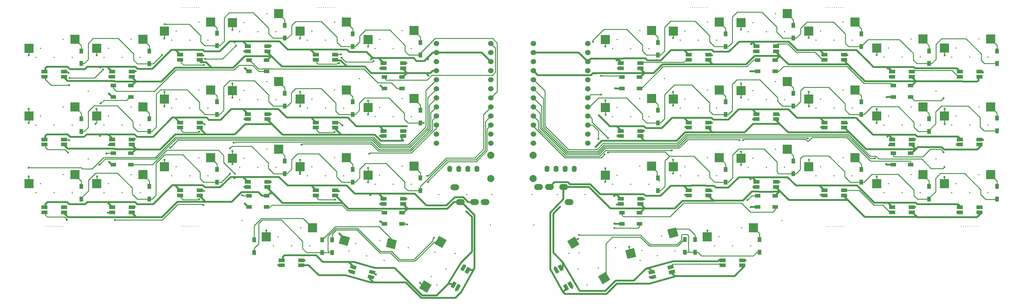
<source format=gbr>
G04 #@! TF.GenerationSoftware,KiCad,Pcbnew,5.1.5+dfsg1-2~bpo10+1*
G04 #@! TF.CreationDate,2020-11-03T09:18:59+00:00*
G04 #@! TF.ProjectId,corne-cherry,636f726e-652d-4636-9865-7272792e6b69,3.0.1*
G04 #@! TF.SameCoordinates,Original*
G04 #@! TF.FileFunction,Copper,L2,Bot*
G04 #@! TF.FilePolarity,Positive*
%FSLAX46Y46*%
G04 Gerber Fmt 4.6, Leading zero omitted, Abs format (unit mm)*
G04 Created by KiCad (PCBNEW 5.1.5+dfsg1-2~bpo10+1) date 2020-11-03 09:18:59*
%MOMM*%
%LPD*%
G04 APERTURE LIST*
%ADD10C,1.524000*%
%ADD11C,2.000000*%
%ADD12O,1.397000X1.778000*%
%ADD13O,2.500000X1.700000*%
%ADD14C,0.100000*%
%ADD15R,1.500000X1.000000*%
%ADD16R,1.700000X1.000000*%
%ADD17R,2.550000X2.500000*%
%ADD18R,1.000000X1.400000*%
%ADD19C,0.600000*%
%ADD20C,0.250000*%
%ADD21C,0.254000*%
%ADD22C,0.508000*%
%ADD23C,0.500000*%
%ADD24C,0.350000*%
%ADD25O,1.500000X1.000000*%
%ADD26C,0.299999*%
G04 APERTURE END LIST*
D10*
X127203900Y-31942000D03*
X127203900Y-34482000D03*
X127203900Y-37022000D03*
X127203900Y-39562000D03*
X127203900Y-42102000D03*
X127203900Y-44642000D03*
X127203900Y-47182000D03*
X127203900Y-49722000D03*
X127203900Y-52262000D03*
X127203900Y-54802000D03*
X127203900Y-57342000D03*
X127203900Y-59882000D03*
X142423900Y-59882000D03*
X142423900Y-57342000D03*
X142423900Y-54802000D03*
X142423900Y-52262000D03*
X142423900Y-49722000D03*
X142423900Y-47182000D03*
X142423900Y-44642000D03*
X142423900Y-42102000D03*
X142423900Y-39562000D03*
X142423900Y-37022000D03*
X142423900Y-34482000D03*
X142423900Y-31942000D03*
X154378900Y-31912000D03*
X154378900Y-34452000D03*
X154378900Y-36992000D03*
X154378900Y-39532000D03*
X154378900Y-42072000D03*
X154378900Y-44612000D03*
X154378900Y-47152000D03*
X154378900Y-49692000D03*
X154378900Y-52232000D03*
X154378900Y-54772000D03*
X154378900Y-57312000D03*
X154378900Y-59852000D03*
X169598900Y-59852000D03*
X169598900Y-57312000D03*
X169598900Y-54772000D03*
X169598900Y-52232000D03*
X169598900Y-49692000D03*
X169598900Y-47152000D03*
X169598900Y-44612000D03*
X169598900Y-42072000D03*
X169598900Y-39532000D03*
X169598900Y-36992000D03*
X169598900Y-34452000D03*
X169598900Y-31912000D03*
D11*
X154304500Y-63272000D03*
X154304500Y-69772000D03*
X142424500Y-63281000D03*
X142424500Y-69781000D03*
D12*
X165797500Y-67020000D03*
X163257500Y-67020000D03*
X160717500Y-67020000D03*
X158177500Y-67020000D03*
X138568500Y-67028000D03*
X136028500Y-67028000D03*
X133488500Y-67028000D03*
X130948500Y-67028000D03*
D13*
X164337500Y-76370000D03*
X162837500Y-72170000D03*
X158837500Y-72170000D03*
X155837500Y-72170000D03*
X132334500Y-72192000D03*
X133834500Y-76392000D03*
X137834500Y-76392000D03*
X140834500Y-76392000D03*
G04 #@! TA.AperFunction,SMDPad,CuDef*
D14*
G36*
X127934059Y-85826498D02*
G01*
X130099123Y-87076498D01*
X128824123Y-89284862D01*
X126659059Y-88034862D01*
X127934059Y-85826498D01*
G37*
G04 #@! TD.AperFunction*
G04 #@! TA.AperFunction,SMDPad,CuDef*
G36*
X123670263Y-98291608D02*
G01*
X125835327Y-99541608D01*
X124560327Y-101749972D01*
X122395263Y-100499972D01*
X123670263Y-98291608D01*
G37*
G04 #@! TD.AperFunction*
G04 #@! TA.AperFunction,SMDPad,CuDef*
G36*
X175904941Y-98148502D02*
G01*
X173739877Y-99398502D01*
X172464877Y-97190138D01*
X174629941Y-95940138D01*
X175904941Y-98148502D01*
G37*
G04 #@! TD.AperFunction*
G04 #@! TA.AperFunction,SMDPad,CuDef*
G36*
X167241737Y-88223392D02*
G01*
X165076673Y-89473392D01*
X163801673Y-87265028D01*
X165966737Y-86015028D01*
X167241737Y-88223392D01*
G37*
G04 #@! TD.AperFunction*
D15*
X41557500Y-43680000D03*
X41557500Y-46880000D03*
X36657500Y-43680000D03*
X36657500Y-46880000D03*
X79557500Y-36555000D03*
X79557500Y-39755000D03*
X74657500Y-36555000D03*
X74657500Y-39755000D03*
X117557500Y-41305000D03*
X117557500Y-44505000D03*
X112657500Y-41305000D03*
X112657500Y-44505000D03*
X41557500Y-62680000D03*
X41557500Y-65880000D03*
X36657500Y-62680000D03*
X36657500Y-65880000D03*
X79557500Y-74555000D03*
X79557500Y-77755000D03*
X74657500Y-74555000D03*
X74657500Y-77755000D03*
X117557500Y-79305000D03*
X117557500Y-82505000D03*
X112657500Y-79305000D03*
X112657500Y-82505000D03*
X260057500Y-43680000D03*
X260057500Y-46880000D03*
X255157500Y-43680000D03*
X255157500Y-46880000D03*
X222057500Y-36555000D03*
X222057500Y-39755000D03*
X217157500Y-36555000D03*
X217157500Y-39755000D03*
X184057500Y-41305000D03*
X184057500Y-44505000D03*
X179157500Y-41305000D03*
X179157500Y-44505000D03*
X260057500Y-62680000D03*
X260057500Y-65880000D03*
X255157500Y-62680000D03*
X255157500Y-65880000D03*
X222057500Y-74555000D03*
X222057500Y-77755000D03*
X217157500Y-74555000D03*
X217157500Y-77755000D03*
X184057500Y-79305000D03*
X184057500Y-82505000D03*
X179157500Y-79305000D03*
X179157500Y-82505000D03*
G04 #@! TA.AperFunction,SMDPad,CuDef*
D14*
G36*
X108265133Y-96291719D02*
G01*
X108523952Y-95325793D01*
X110166025Y-95765785D01*
X109907206Y-96731711D01*
X108265133Y-96291719D01*
G37*
G04 #@! TD.AperFunction*
G04 #@! TA.AperFunction,SMDPad,CuDef*
G36*
X107902787Y-97644015D02*
G01*
X108161606Y-96678089D01*
X109803679Y-97118081D01*
X109544860Y-98084007D01*
X107902787Y-97644015D01*
G37*
G04 #@! TD.AperFunction*
G04 #@! TA.AperFunction,SMDPad,CuDef*
G36*
X102952541Y-94868215D02*
G01*
X103211360Y-93902289D01*
X104853433Y-94342281D01*
X104594614Y-95308207D01*
X102952541Y-94868215D01*
G37*
G04 #@! TD.AperFunction*
G04 #@! TA.AperFunction,SMDPad,CuDef*
G36*
X102590195Y-96220511D02*
G01*
X102849014Y-95254585D01*
X104491087Y-95694577D01*
X104232268Y-96660503D01*
X102590195Y-96220511D01*
G37*
G04 #@! TD.AperFunction*
D16*
X22857500Y-39830000D03*
X22857500Y-41230000D03*
X17357500Y-39830000D03*
X17357500Y-41230000D03*
X41857500Y-39830000D03*
X41857500Y-41230000D03*
X36357500Y-39830000D03*
X36357500Y-41230000D03*
X60857500Y-35080000D03*
X60857500Y-36480000D03*
X55357500Y-35080000D03*
X55357500Y-36480000D03*
X79857500Y-32705000D03*
X79857500Y-34105000D03*
X74357500Y-32705000D03*
X74357500Y-34105000D03*
X98857500Y-35080000D03*
X98857500Y-36480000D03*
X93357500Y-35080000D03*
X93357500Y-36480000D03*
X117857500Y-37455000D03*
X117857500Y-38855000D03*
X112357500Y-37455000D03*
X112357500Y-38855000D03*
X22857500Y-58830000D03*
X22857500Y-60230000D03*
X17357500Y-58830000D03*
X17357500Y-60230000D03*
X41857500Y-58830000D03*
X41857500Y-60230000D03*
X36357500Y-58830000D03*
X36357500Y-60230000D03*
X60857500Y-54080000D03*
X60857500Y-55480000D03*
X55357500Y-54080000D03*
X55357500Y-55480000D03*
X79857500Y-51705000D03*
X79857500Y-53105000D03*
X74357500Y-51705000D03*
X74357500Y-53105000D03*
X98857500Y-54080000D03*
X98857500Y-55480000D03*
X93357500Y-54080000D03*
X93357500Y-55480000D03*
X117857500Y-56455000D03*
X117857500Y-57855000D03*
X112357500Y-56455000D03*
X112357500Y-57855000D03*
X22857500Y-77830000D03*
X22857500Y-79230000D03*
X17357500Y-77830000D03*
X17357500Y-79230000D03*
X41857500Y-77830000D03*
X41857500Y-79230000D03*
X36357500Y-77830000D03*
X36357500Y-79230000D03*
X60857500Y-73080000D03*
X60857500Y-74480000D03*
X55357500Y-73080000D03*
X55357500Y-74480000D03*
X79857500Y-70705000D03*
X79857500Y-72105000D03*
X74357500Y-70705000D03*
X74357500Y-72105000D03*
X117857500Y-75455000D03*
X117857500Y-76855000D03*
X112357500Y-75455000D03*
X112357500Y-76855000D03*
X89357500Y-92705000D03*
X89357500Y-94105000D03*
X83857500Y-92705000D03*
X83857500Y-94105000D03*
G04 #@! TA.AperFunction,SMDPad,CuDef*
D14*
G36*
X134747916Y-95784552D02*
G01*
X133881890Y-95284552D01*
X134731890Y-93812308D01*
X135597916Y-94312308D01*
X134747916Y-95784552D01*
G37*
G04 #@! TD.AperFunction*
G04 #@! TA.AperFunction,SMDPad,CuDef*
G36*
X135960352Y-96484552D02*
G01*
X135094326Y-95984552D01*
X135944326Y-94512308D01*
X136810352Y-95012308D01*
X135960352Y-96484552D01*
G37*
G04 #@! TD.AperFunction*
G04 #@! TA.AperFunction,SMDPad,CuDef*
G36*
X131997916Y-100547692D02*
G01*
X131131890Y-100047692D01*
X131981890Y-98575448D01*
X132847916Y-99075448D01*
X131997916Y-100547692D01*
G37*
G04 #@! TD.AperFunction*
G04 #@! TA.AperFunction,SMDPad,CuDef*
G36*
X133210352Y-101247692D02*
G01*
X132344326Y-100747692D01*
X133194326Y-99275448D01*
X134060352Y-99775448D01*
X133210352Y-101247692D01*
G37*
G04 #@! TD.AperFunction*
D16*
X222357500Y-51705000D03*
X222357500Y-53105000D03*
X216857500Y-51705000D03*
X216857500Y-53105000D03*
X203357500Y-54080000D03*
X203357500Y-55480000D03*
X197857500Y-54080000D03*
X197857500Y-55480000D03*
X184357500Y-56455000D03*
X184357500Y-57855000D03*
X178857500Y-56455000D03*
X178857500Y-57855000D03*
X279357500Y-77830000D03*
X279357500Y-79230000D03*
X273857500Y-77830000D03*
X273857500Y-79230000D03*
X260357500Y-77830000D03*
X260357500Y-79230000D03*
X254857500Y-77830000D03*
X254857500Y-79230000D03*
X241357500Y-73080000D03*
X241357500Y-74480000D03*
X235857500Y-73080000D03*
X235857500Y-74480000D03*
X222357500Y-70705000D03*
X222357500Y-72105000D03*
X216857500Y-70705000D03*
X216857500Y-72105000D03*
X203357500Y-73080000D03*
X203357500Y-74480000D03*
X197857500Y-73080000D03*
X197857500Y-74480000D03*
X184357500Y-75455000D03*
X184357500Y-76855000D03*
X178857500Y-75455000D03*
X178857500Y-76855000D03*
X212857500Y-92705000D03*
X212857500Y-94105000D03*
X207357500Y-92705000D03*
X207357500Y-94105000D03*
G04 #@! TA.AperFunction,SMDPad,CuDef*
D14*
G36*
X192127386Y-95303207D02*
G01*
X191868567Y-94337281D01*
X193510640Y-93897289D01*
X193769459Y-94863215D01*
X192127386Y-95303207D01*
G37*
G04 #@! TD.AperFunction*
G04 #@! TA.AperFunction,SMDPad,CuDef*
G36*
X192489732Y-96655503D02*
G01*
X192230913Y-95689577D01*
X193872986Y-95249585D01*
X194131805Y-96215511D01*
X192489732Y-96655503D01*
G37*
G04 #@! TD.AperFunction*
G04 #@! TA.AperFunction,SMDPad,CuDef*
G36*
X186814794Y-96726711D02*
G01*
X186555975Y-95760785D01*
X188198048Y-95320793D01*
X188456867Y-96286719D01*
X186814794Y-96726711D01*
G37*
G04 #@! TD.AperFunction*
G04 #@! TA.AperFunction,SMDPad,CuDef*
G36*
X187177140Y-98079007D02*
G01*
X186918321Y-97113081D01*
X188560394Y-96673089D01*
X188819213Y-97639015D01*
X187177140Y-98079007D01*
G37*
G04 #@! TD.AperFunction*
G04 #@! TA.AperFunction,SMDPad,CuDef*
G36*
X163874084Y-99070448D02*
G01*
X164740110Y-98570448D01*
X165590110Y-100042692D01*
X164724084Y-100542692D01*
X163874084Y-99070448D01*
G37*
G04 #@! TD.AperFunction*
G04 #@! TA.AperFunction,SMDPad,CuDef*
G36*
X162661648Y-99770448D02*
G01*
X163527674Y-99270448D01*
X164377674Y-100742692D01*
X163511648Y-101242692D01*
X162661648Y-99770448D01*
G37*
G04 #@! TD.AperFunction*
G04 #@! TA.AperFunction,SMDPad,CuDef*
G36*
X161124084Y-94307308D02*
G01*
X161990110Y-93807308D01*
X162840110Y-95279552D01*
X161974084Y-95779552D01*
X161124084Y-94307308D01*
G37*
G04 #@! TD.AperFunction*
G04 #@! TA.AperFunction,SMDPad,CuDef*
G36*
X159911648Y-95007308D02*
G01*
X160777674Y-94507308D01*
X161627674Y-95979552D01*
X160761648Y-96479552D01*
X159911648Y-95007308D01*
G37*
G04 #@! TD.AperFunction*
D16*
X98857500Y-73080000D03*
X98857500Y-74480000D03*
X93357500Y-73080000D03*
X93357500Y-74480000D03*
X279357500Y-39830000D03*
X279357500Y-41230000D03*
X273857500Y-39830000D03*
X273857500Y-41230000D03*
X260357500Y-39830000D03*
X260357500Y-41230000D03*
X254857500Y-39830000D03*
X254857500Y-41230000D03*
X241357500Y-35080000D03*
X241357500Y-36480000D03*
X235857500Y-35080000D03*
X235857500Y-36480000D03*
X222357500Y-32705000D03*
X222357500Y-34105000D03*
X216857500Y-32705000D03*
X216857500Y-34105000D03*
X203357500Y-35080000D03*
X203357500Y-36480000D03*
X197857500Y-35080000D03*
X197857500Y-36480000D03*
X184357500Y-37455000D03*
X184357500Y-38855000D03*
X178857500Y-37455000D03*
X178857500Y-38855000D03*
X279357500Y-58830000D03*
X279357500Y-60230000D03*
X273857500Y-58830000D03*
X273857500Y-60230000D03*
X260357500Y-58830000D03*
X260357500Y-60230000D03*
X254857500Y-58830000D03*
X254857500Y-60230000D03*
X241357500Y-54080000D03*
X241357500Y-55480000D03*
X235857500Y-54080000D03*
X235857500Y-55480000D03*
D17*
X120949500Y-28325000D03*
X108022500Y-30865000D03*
X187456500Y-47320000D03*
X174529500Y-49860000D03*
X187456500Y-66320000D03*
X174529500Y-68860000D03*
X25949500Y-68700000D03*
X13022500Y-71240000D03*
X263456500Y-68695000D03*
X250529500Y-71235000D03*
X225456500Y-61570000D03*
X212529500Y-64110000D03*
X44949500Y-68700000D03*
X32022500Y-71240000D03*
X25949500Y-49700000D03*
X13022500Y-52240000D03*
X44949500Y-49700000D03*
X32022500Y-52240000D03*
X25949500Y-30700000D03*
X13022500Y-33240000D03*
X44949500Y-30700000D03*
X32022500Y-33240000D03*
X63949500Y-25950000D03*
X51022500Y-28490000D03*
X82949500Y-23575000D03*
X70022500Y-26115000D03*
X101949500Y-25950000D03*
X89022500Y-28490000D03*
X63949500Y-44950000D03*
X51022500Y-47490000D03*
X82949500Y-42575000D03*
X70022500Y-45115000D03*
X101949500Y-44950000D03*
X89022500Y-47490000D03*
X120949500Y-47325000D03*
X108022500Y-49865000D03*
X63949500Y-63950000D03*
X51022500Y-66490000D03*
X82949500Y-61575000D03*
X70022500Y-64115000D03*
X101949500Y-63950000D03*
X89022500Y-66490000D03*
X120949500Y-66325000D03*
X108022500Y-68865000D03*
X92449500Y-83575000D03*
X79522500Y-86115000D03*
G04 #@! TA.AperFunction,SMDPad,CuDef*
D14*
G36*
X116120318Y-87132705D02*
G01*
X115473271Y-89547520D01*
X113010160Y-88887531D01*
X113657207Y-86472716D01*
X116120318Y-87132705D01*
G37*
G04 #@! TD.AperFunction*
G04 #@! TA.AperFunction,SMDPad,CuDef*
G36*
X102976395Y-86240402D02*
G01*
X102329348Y-88655217D01*
X99866237Y-87995228D01*
X100513284Y-85580413D01*
X102976395Y-86240402D01*
G37*
G04 #@! TD.AperFunction*
D17*
X282456500Y-30695000D03*
X269529500Y-33235000D03*
X263456500Y-30695000D03*
X250529500Y-33235000D03*
X244456500Y-25945000D03*
X231529500Y-28485000D03*
X225456500Y-23570000D03*
X212529500Y-26110000D03*
X206456500Y-25945000D03*
X193529500Y-28485000D03*
X187449500Y-28325000D03*
X174522500Y-30865000D03*
X282456500Y-49695000D03*
X269529500Y-52235000D03*
X263456500Y-49695000D03*
X250529500Y-52235000D03*
X244456500Y-44945000D03*
X231529500Y-47485000D03*
X225456500Y-42570000D03*
X212529500Y-45110000D03*
X206456500Y-44945000D03*
X193529500Y-47485000D03*
X282456500Y-68695000D03*
X269529500Y-71235000D03*
X244456500Y-63945000D03*
X231529500Y-66485000D03*
X206456500Y-63945000D03*
X193529500Y-66485000D03*
X215956500Y-83570000D03*
X203029500Y-86110000D03*
G04 #@! TA.AperFunction,SMDPad,CuDef*
D14*
G36*
X194350670Y-83443674D02*
G01*
X194997717Y-85858489D01*
X192534606Y-86518478D01*
X191887559Y-84103663D01*
X194350670Y-83443674D01*
G37*
G04 #@! TD.AperFunction*
G04 #@! TA.AperFunction,SMDPad,CuDef*
G36*
X182521547Y-89242879D02*
G01*
X183168594Y-91657694D01*
X180705483Y-92317683D01*
X180058436Y-89902868D01*
X182521547Y-89242879D01*
G37*
G04 #@! TD.AperFunction*
D18*
X103707500Y-48255000D03*
X103707500Y-51805000D03*
X65707500Y-48255000D03*
X65707500Y-51805000D03*
X227214500Y-26875000D03*
X227214500Y-30425000D03*
X27734500Y-34001875D03*
X27734500Y-37551875D03*
X46734500Y-34005000D03*
X46734500Y-37555000D03*
X65707500Y-29005000D03*
X65707500Y-32555000D03*
X84707500Y-26880000D03*
X84707500Y-30430000D03*
X103707500Y-29255000D03*
X103707500Y-32805000D03*
X122707500Y-31630000D03*
X122707500Y-35180000D03*
X27734500Y-53001875D03*
X27734500Y-56551875D03*
X46734500Y-53005000D03*
X46734500Y-56555000D03*
X84707500Y-45880000D03*
X84707500Y-49430000D03*
X122707500Y-50630000D03*
X122707500Y-54180000D03*
X27734500Y-72001875D03*
X27734500Y-75551875D03*
X46734500Y-72005000D03*
X46734500Y-75555000D03*
X65707500Y-67255000D03*
X65707500Y-70805000D03*
X84707500Y-64880000D03*
X84707500Y-68430000D03*
X103707500Y-67255000D03*
X103707500Y-70805000D03*
X122707500Y-69630000D03*
X122707500Y-73180000D03*
X76157500Y-86995000D03*
X76157500Y-90545000D03*
X95164500Y-86990000D03*
X95164500Y-90540000D03*
X98007500Y-86990000D03*
X98007500Y-90540000D03*
X284214500Y-34000000D03*
X284214500Y-37550000D03*
X265214500Y-34000000D03*
X265214500Y-37550000D03*
X246214500Y-29250000D03*
X246214500Y-32800000D03*
X208214500Y-29250000D03*
X208214500Y-32800000D03*
X189207500Y-31630000D03*
X189207500Y-35180000D03*
X284214500Y-52850000D03*
X284214500Y-56400000D03*
X265214500Y-53000000D03*
X265214500Y-56550000D03*
X246214500Y-48250000D03*
X246214500Y-51800000D03*
X227214500Y-45875000D03*
X227214500Y-49425000D03*
X208214500Y-48250000D03*
X208214500Y-51800000D03*
X189207500Y-50630000D03*
X189207500Y-54180000D03*
X284214500Y-72000000D03*
X284214500Y-75550000D03*
X265214500Y-72000000D03*
X265214500Y-75550000D03*
X246214500Y-67250000D03*
X246214500Y-70800000D03*
X227214500Y-64875000D03*
X227214500Y-68425000D03*
X208214500Y-67250000D03*
X208214500Y-70800000D03*
X189207500Y-69630000D03*
X189207500Y-73180000D03*
X217714500Y-86860000D03*
X217714500Y-90410000D03*
X199664500Y-86875000D03*
X199664500Y-90425000D03*
X196814500Y-86875000D03*
X196814500Y-90425000D03*
D19*
X50307500Y-35105000D03*
X51107500Y-26505000D03*
X123607500Y-54205000D03*
X124607500Y-69005000D03*
X69382500Y-61305000D03*
X69382500Y-68405000D03*
X126493737Y-86382353D03*
X124807500Y-70805000D03*
X124807500Y-36305000D03*
X111507500Y-43705000D03*
X70632500Y-31605000D03*
X73507500Y-38905000D03*
X33032500Y-38605000D03*
X35407500Y-46005000D03*
X32932500Y-57805000D03*
X35507500Y-65105000D03*
X70632500Y-69705000D03*
X73507500Y-76804998D03*
X108632500Y-74405000D03*
X111407500Y-81805000D03*
X118907500Y-55105000D03*
X126297500Y-77305000D03*
X135547500Y-78960000D03*
X108862510Y-36393716D03*
X117907500Y-59105000D03*
X124957510Y-40905000D03*
X13007500Y-35205000D03*
X13007500Y-50205000D03*
X13007500Y-54205000D03*
X13007500Y-69205000D03*
X13007500Y-66705000D03*
X32007500Y-35205000D03*
X32107500Y-69205000D03*
X31707500Y-54405000D03*
X31964840Y-50194907D03*
X32796949Y-65894449D03*
X51007500Y-30505000D03*
X51007500Y-45505000D03*
X51007500Y-49505000D03*
X51007500Y-64505000D03*
X52577078Y-61174578D03*
X70007500Y-28105000D03*
X70007500Y-43105000D03*
X70007500Y-47105000D03*
X70007500Y-62105000D03*
X70407500Y-59705000D03*
X70007500Y-65705000D03*
X79507500Y-84305000D03*
X89007500Y-30505000D03*
X89007500Y-45505000D03*
X89007500Y-49505000D03*
X89007500Y-64505000D03*
X89407500Y-60305000D03*
X89007500Y-68505000D03*
X100007500Y-85205000D03*
X108007500Y-32805000D03*
X108007500Y-47905000D03*
X108007500Y-51805000D03*
X108007500Y-66805000D03*
X108407504Y-62805000D03*
X108007500Y-70805000D03*
X122607500Y-99005000D03*
X173357500Y-46265000D03*
X171063762Y-31389024D03*
X175232500Y-58415010D03*
X175232500Y-62500000D03*
X172537500Y-58715000D03*
X167110558Y-85628058D03*
X173357500Y-41015000D03*
X269607500Y-35205000D03*
X269507500Y-69305000D03*
X269617500Y-54555000D03*
X269592510Y-50205000D03*
X269547500Y-66550000D03*
X250507500Y-35105000D03*
X250507500Y-50305000D03*
X250507500Y-54205000D03*
X250507500Y-69205000D03*
X249997500Y-64100010D03*
X231507500Y-30305000D03*
X231507500Y-45505000D03*
X231607500Y-49505000D03*
X231607500Y-64505000D03*
X231234449Y-58513051D03*
X212507500Y-28005000D03*
X212507500Y-43105000D03*
X212507500Y-47105000D03*
X212507500Y-62205000D03*
X203087500Y-84335000D03*
X212557500Y-65985000D03*
X212107500Y-59020000D03*
X193507500Y-30405000D03*
X193507500Y-45505000D03*
X193507500Y-49305000D03*
X193507500Y-64505000D03*
X193517500Y-68325000D03*
X181187500Y-88895000D03*
X193137500Y-61875000D03*
X174507500Y-32805000D03*
X174507500Y-47805000D03*
X174607500Y-51905000D03*
X174507500Y-66905000D03*
X174417500Y-70675000D03*
X166887500Y-86675000D03*
X174297500Y-63015000D03*
X171857490Y-40305000D03*
X171787500Y-60895000D03*
X171934500Y-36205000D03*
X161807500Y-77705000D03*
X177037500Y-82385000D03*
X176987500Y-74685000D03*
X215257500Y-69915000D03*
X253577500Y-58005000D03*
X253757500Y-38945000D03*
X215297500Y-32055000D03*
X177777500Y-36645000D03*
X177253436Y-44469389D03*
X215217502Y-77775000D03*
X215152490Y-39708861D03*
X253314993Y-46956653D03*
X253172490Y-65734017D03*
X172707500Y-52045000D03*
X33107500Y-48705000D03*
X34727500Y-62720000D03*
X80807500Y-32605000D03*
X62107506Y-37954990D03*
X71007500Y-32505000D03*
X62387500Y-36246952D03*
X118807500Y-37405000D03*
X99882500Y-37455000D03*
X100597500Y-35880000D03*
X109562521Y-36805000D03*
X24107500Y-40105000D03*
X24007500Y-62505000D03*
X35507500Y-41205000D03*
X42707500Y-58705000D03*
X60707500Y-56655000D03*
X61907500Y-35305000D03*
X73307500Y-34105000D03*
X80807500Y-51705000D03*
X98607500Y-56755000D03*
X100443699Y-35003426D03*
X111407500Y-38905000D03*
X118607500Y-56405000D03*
X24307500Y-59005000D03*
X23607500Y-81405000D03*
X35407500Y-60405000D03*
X42707500Y-77705000D03*
X73407500Y-53105000D03*
X80807500Y-70705000D03*
X98807500Y-75705000D03*
X100857500Y-54905000D03*
X111307500Y-57805000D03*
X118807500Y-75405000D03*
X73407500Y-72105000D03*
X90307500Y-92705000D03*
X111407500Y-76905000D03*
X135200692Y-94111767D03*
X110207500Y-96705000D03*
X82907500Y-94105000D03*
X119007500Y-82605000D03*
X132707500Y-101105000D03*
X269282500Y-47215000D03*
X269261664Y-62382960D03*
X280317500Y-39965000D03*
X272977500Y-60175000D03*
X261307500Y-58745000D03*
X254167500Y-41355002D03*
X223232169Y-51890331D03*
X216047500Y-34105000D03*
X204437500Y-35185000D03*
X196907500Y-55365000D03*
X185337500Y-56385000D03*
X178037510Y-38905000D03*
X70707500Y-68405000D03*
X72757500Y-74440000D03*
X42907500Y-39705000D03*
X33807500Y-39205000D03*
X24402733Y-41609990D03*
X24307500Y-43570010D03*
X62232510Y-54605000D03*
X60677169Y-75535331D03*
X37107500Y-81355000D03*
X35107500Y-79305000D03*
X61907500Y-77205000D03*
X62032510Y-73205000D03*
X99907500Y-73305000D03*
X102707500Y-95605000D03*
X214327500Y-75765000D03*
X213147500Y-58980002D03*
X160337500Y-94635000D03*
X177042490Y-83655000D03*
X280367500Y-58895000D03*
X273117500Y-79255000D03*
X261327500Y-77755000D03*
X254007500Y-60425000D03*
X242277500Y-54295000D03*
X234907500Y-74355000D03*
X223267169Y-70725331D03*
X215897500Y-53155000D03*
X204397500Y-54145000D03*
X196857500Y-74365000D03*
X185367500Y-75525000D03*
X177937500Y-57865000D03*
X213767500Y-92735000D03*
X216007500Y-72135000D03*
X204327500Y-73235000D03*
X186947500Y-97485000D03*
X165207500Y-100455000D03*
X177707500Y-77035000D03*
X242337500Y-35145000D03*
X234977500Y-55355000D03*
D20*
X122707500Y-34667319D02*
X122707500Y-35180000D01*
X142907500Y-30505000D02*
X126869819Y-30505000D01*
X126869819Y-30505000D02*
X122707500Y-34667319D01*
X144207500Y-31805000D02*
X142907500Y-30505000D01*
X144207500Y-45398400D02*
X144207500Y-31805000D01*
X142423900Y-47182000D02*
X144207500Y-45398400D01*
X42307500Y-36505000D02*
X43357500Y-37555000D01*
X42307500Y-34805000D02*
X42307500Y-36505000D01*
X38007500Y-30505000D02*
X42307500Y-34805000D01*
X29607500Y-31905000D02*
X31007500Y-30505000D01*
X29607500Y-36428875D02*
X29607500Y-31905000D01*
X43357500Y-37555000D02*
X46734500Y-37555000D01*
X31007500Y-30505000D02*
X38007500Y-30505000D01*
X28484500Y-37551875D02*
X29607500Y-36428875D01*
X27734500Y-37551875D02*
X28484500Y-37551875D01*
X47857500Y-37555000D02*
X50307500Y-35105000D01*
X46734500Y-37555000D02*
X47857500Y-37555000D01*
X62257500Y-32555000D02*
X61107500Y-31405000D01*
X61107500Y-31405000D02*
X61107500Y-29705000D01*
X65707500Y-32555000D02*
X62257500Y-32555000D01*
X61107500Y-29705000D02*
X57907500Y-26505000D01*
X57907500Y-26505000D02*
X51531764Y-26505000D01*
X51531764Y-26505000D02*
X51107500Y-26505000D01*
X66457500Y-32555000D02*
X67707500Y-31305000D01*
X65707500Y-32555000D02*
X66457500Y-32555000D01*
X67707500Y-31305000D02*
X67707500Y-24705000D01*
X67707500Y-24705000D02*
X69107500Y-23305000D01*
X69107500Y-23305000D02*
X75907500Y-23305000D01*
X75907500Y-23305000D02*
X80207500Y-27605000D01*
X80207500Y-27605000D02*
X80207500Y-29205000D01*
X83957500Y-30430000D02*
X84707500Y-30430000D01*
X80220686Y-29205000D02*
X81445686Y-30430000D01*
X81445686Y-30430000D02*
X83957500Y-30430000D01*
X80207500Y-29205000D02*
X80220686Y-29205000D01*
X85457500Y-30430000D02*
X86607500Y-29280000D01*
X84707500Y-30430000D02*
X85457500Y-30430000D01*
X86607500Y-29280000D02*
X86607500Y-26805000D01*
X86607500Y-26805000D02*
X87707500Y-25705000D01*
X87707500Y-25705000D02*
X94907500Y-25705000D01*
X94907500Y-25705000D02*
X99307500Y-30105000D01*
X99307500Y-30105000D02*
X99307500Y-31605000D01*
X100507500Y-32805000D02*
X103707500Y-32805000D01*
X99307500Y-31605000D02*
X100507500Y-32805000D01*
X121957500Y-35180000D02*
X122707500Y-35180000D01*
X119482500Y-35180000D02*
X121957500Y-35180000D01*
X118407500Y-34105000D02*
X119482500Y-35180000D01*
X114107500Y-28105000D02*
X118407500Y-32405000D01*
X107407500Y-28105000D02*
X114107500Y-28105000D01*
X118407500Y-32405000D02*
X118407500Y-34105000D01*
X105707500Y-29805000D02*
X107407500Y-28105000D01*
X105707500Y-31505000D02*
X105707500Y-29805000D01*
X104407500Y-32805000D02*
X105707500Y-31505000D01*
X103707500Y-32805000D02*
X104407500Y-32805000D01*
X27734500Y-32751875D02*
X27734500Y-34001875D01*
X27734500Y-32510000D02*
X27734500Y-32751875D01*
X25949500Y-30725000D02*
X27734500Y-32510000D01*
X25949500Y-30700000D02*
X25949500Y-30725000D01*
X122707500Y-54180000D02*
X122832500Y-54180000D01*
X45984500Y-56555000D02*
X46734500Y-56555000D01*
X42207500Y-55305000D02*
X43457500Y-56555000D01*
X42207500Y-53805000D02*
X42207500Y-55305000D01*
X37732501Y-49330001D02*
X42207500Y-53805000D01*
X43457500Y-56555000D02*
X45984500Y-56555000D01*
X31282499Y-49330001D02*
X37732501Y-49330001D01*
X29607500Y-51005000D02*
X31282499Y-49330001D01*
X29607500Y-55428875D02*
X29607500Y-51005000D01*
X28484500Y-56551875D02*
X29607500Y-55428875D01*
X27734500Y-56551875D02*
X28484500Y-56551875D01*
X60807500Y-50305000D02*
X62307500Y-51805000D01*
X48707500Y-46105000D02*
X49932501Y-44879999D01*
X62307500Y-51805000D02*
X65707500Y-51805000D01*
X49932501Y-44879999D02*
X57332501Y-44879999D01*
X60807500Y-48354998D02*
X60807500Y-50305000D01*
X48707500Y-55332000D02*
X48707500Y-46105000D01*
X47484500Y-56555000D02*
X48707500Y-55332000D01*
X57332501Y-44879999D02*
X60807500Y-48354998D01*
X46734500Y-56555000D02*
X47484500Y-56555000D01*
X81432500Y-49430000D02*
X84707500Y-49430000D01*
X80207500Y-46305000D02*
X80207500Y-48205000D01*
X76207500Y-42305000D02*
X80207500Y-46305000D01*
X69307500Y-42305000D02*
X76207500Y-42305000D01*
X67607500Y-44005000D02*
X69307500Y-42305000D01*
X80207500Y-48205000D02*
X81432500Y-49430000D01*
X67607500Y-50655000D02*
X67607500Y-44005000D01*
X66457500Y-51805000D02*
X67607500Y-50655000D01*
X65707500Y-51805000D02*
X66457500Y-51805000D01*
X85457500Y-49430000D02*
X86507500Y-48380000D01*
X84707500Y-49430000D02*
X85457500Y-49430000D01*
X86507500Y-48380000D02*
X86507500Y-45705000D01*
X86507500Y-45705000D02*
X87707500Y-44505000D01*
X87707500Y-44505000D02*
X94907500Y-44505000D01*
X94907500Y-44505000D02*
X99007500Y-48605000D01*
X99007500Y-48605000D02*
X99007500Y-50905000D01*
X99907500Y-51805000D02*
X103707500Y-51805000D01*
X99007500Y-50905000D02*
X99907500Y-51805000D01*
X118207500Y-51505000D02*
X118207500Y-53205000D01*
X118207500Y-53205000D02*
X119182500Y-54180000D01*
X113907500Y-47205000D02*
X118207500Y-51505000D01*
X107007500Y-47205000D02*
X113907500Y-47205000D01*
X105607500Y-48605000D02*
X107007500Y-47205000D01*
X105607500Y-50655000D02*
X105607500Y-48605000D01*
X104457500Y-51805000D02*
X105607500Y-50655000D01*
X119182500Y-54180000D02*
X122707500Y-54180000D01*
X103707500Y-51805000D02*
X104457500Y-51805000D01*
X122707500Y-54180000D02*
X123582500Y-54180000D01*
X123582500Y-54180000D02*
X123607500Y-54205000D01*
X125007500Y-69005000D02*
X124607500Y-69005000D01*
X130007500Y-64005000D02*
X125007500Y-69005000D01*
X142423900Y-49788600D02*
X140407500Y-51805000D01*
X140407500Y-61505000D02*
X137907500Y-64005000D01*
X140407500Y-51805000D02*
X140407500Y-61505000D01*
X137907500Y-64005000D02*
X130007500Y-64005000D01*
X142423900Y-49722000D02*
X142423900Y-49788600D01*
X46734500Y-32520000D02*
X46734500Y-34005000D01*
X44949500Y-30735000D02*
X46734500Y-32520000D01*
X44949500Y-30700000D02*
X44949500Y-30735000D01*
D21*
X141661901Y-53023999D02*
X142423900Y-52262000D01*
X140859511Y-53826389D02*
X141661901Y-53023999D01*
X140859511Y-61818989D02*
X140859511Y-53826389D01*
X138173500Y-64505000D02*
X140859511Y-61818989D01*
X130180900Y-64505000D02*
X138173500Y-64505000D01*
X122707500Y-71978400D02*
X130180900Y-64505000D01*
X122707500Y-73105000D02*
X122707500Y-71978400D01*
D20*
X43357500Y-75555000D02*
X46057500Y-75555000D01*
X41907500Y-72305000D02*
X41907500Y-74105000D01*
X37807500Y-68205000D02*
X41907500Y-72305000D01*
X29707500Y-70205000D02*
X31707500Y-68205000D01*
X41907500Y-74105000D02*
X43357500Y-75555000D01*
X31707500Y-68205000D02*
X37807500Y-68205000D01*
X29707500Y-73205000D02*
X29707500Y-70205000D01*
X46057500Y-75555000D02*
X46734500Y-75555000D01*
X27734500Y-75178000D02*
X29707500Y-73205000D01*
X27734500Y-75551875D02*
X27734500Y-75178000D01*
X84707500Y-68430000D02*
X81632500Y-68430000D01*
X81632500Y-68430000D02*
X80107500Y-66905000D01*
X80107500Y-66905000D02*
X80107500Y-65405000D01*
X80107500Y-65405000D02*
X75407500Y-60705000D01*
X69982500Y-60705000D02*
X69382500Y-61305000D01*
X75407500Y-60705000D02*
X69982500Y-60705000D01*
X69382500Y-68430000D02*
X67007500Y-70805000D01*
X67007500Y-70805000D02*
X65707500Y-70805000D01*
X69382500Y-68405000D02*
X69382500Y-68430000D01*
X100707500Y-70805000D02*
X103707500Y-70805000D01*
X99207500Y-69305000D02*
X100707500Y-70805000D01*
X94207500Y-62805000D02*
X99207500Y-67805000D01*
X88207500Y-62805000D02*
X94207500Y-62805000D01*
X85282500Y-68430000D02*
X86607500Y-67105000D01*
X86607500Y-64405000D02*
X88207500Y-62805000D01*
X86607500Y-67105000D02*
X86607500Y-64405000D01*
X99207500Y-67805000D02*
X99207500Y-69305000D01*
X84707500Y-68430000D02*
X85282500Y-68430000D01*
X119182500Y-73180000D02*
X122707500Y-73180000D01*
X118307500Y-70705000D02*
X118307500Y-72305000D01*
X113107500Y-65505000D02*
X118307500Y-70705000D01*
X118307500Y-72305000D02*
X119182500Y-73180000D01*
X107307500Y-65505000D02*
X113107500Y-65505000D01*
X105707500Y-69555000D02*
X105707500Y-67105000D01*
X105707500Y-67105000D02*
X107307500Y-65505000D01*
X104457500Y-70805000D02*
X105707500Y-69555000D01*
X103707500Y-70805000D02*
X104457500Y-70805000D01*
X51035578Y-63105000D02*
X56107500Y-63105000D01*
X62007500Y-70805000D02*
X64957500Y-70805000D01*
X61007500Y-68005000D02*
X61007500Y-69805000D01*
X48607500Y-65533078D02*
X51035578Y-63105000D01*
X48607500Y-74432000D02*
X48607500Y-65533078D01*
X46734500Y-75555000D02*
X47484500Y-75555000D01*
X47484500Y-75555000D02*
X48607500Y-74432000D01*
X56107500Y-63105000D02*
X61007500Y-68005000D01*
X61007500Y-69805000D02*
X62007500Y-70805000D01*
X64957500Y-70805000D02*
X65707500Y-70805000D01*
X65707500Y-27623000D02*
X65707500Y-29005000D01*
X64034500Y-25950000D02*
X65707500Y-27623000D01*
X63949500Y-25950000D02*
X64034500Y-25950000D01*
X95164500Y-90540000D02*
X98007500Y-90540000D01*
D21*
X141313522Y-62007046D02*
X138315568Y-65005000D01*
X138315568Y-65005000D02*
X130607500Y-65005000D01*
X141313522Y-55912378D02*
X141313522Y-62007046D01*
X142423900Y-54802000D02*
X141313522Y-55912378D01*
D20*
X130357500Y-65005000D02*
X130607500Y-65005000D01*
X124807500Y-70555000D02*
X130357500Y-65005000D01*
X124807500Y-70805000D02*
X124807500Y-70555000D01*
X126193738Y-87218762D02*
X126193738Y-86682352D01*
X111493900Y-90154990D02*
X114557490Y-90154990D01*
X120957511Y-92454989D02*
X126193738Y-87218762D01*
X97257500Y-90540000D02*
X96807500Y-90090000D01*
X116857489Y-92454989D02*
X120957511Y-92454989D01*
X114557490Y-90154990D02*
X116857489Y-92454989D01*
X98993920Y-83754989D02*
X105093900Y-83754989D01*
X126193738Y-86682352D02*
X126493737Y-86382353D01*
X105093900Y-83754989D02*
X111493900Y-90154990D01*
X96807500Y-85941410D02*
X98993920Y-83754989D01*
X96807500Y-90090000D02*
X96807500Y-85941410D01*
X98007500Y-90540000D02*
X97257500Y-90540000D01*
X95207500Y-90540000D02*
X95164500Y-90540000D01*
X90842500Y-90540000D02*
X95207500Y-90540000D01*
X89707500Y-87405000D02*
X89707500Y-89405000D01*
X89707500Y-89405000D02*
X90842500Y-90540000D01*
X83707500Y-81405000D02*
X89707500Y-87405000D01*
X77407500Y-82405000D02*
X78407500Y-81405000D01*
X76157500Y-89295000D02*
X77407500Y-88045000D01*
X77407500Y-88045000D02*
X77407500Y-82405000D01*
X78407500Y-81405000D02*
X83707500Y-81405000D01*
X76157500Y-90545000D02*
X76157500Y-89295000D01*
X82979500Y-23575000D02*
X84707500Y-25303000D01*
X84707500Y-25303000D02*
X84707500Y-26880000D01*
X82949500Y-23575000D02*
X82979500Y-23575000D01*
X103707500Y-27753000D02*
X103707500Y-29255000D01*
X101949500Y-25995000D02*
X103707500Y-27753000D01*
X101949500Y-25950000D02*
X101949500Y-25995000D01*
X122707500Y-30103000D02*
X122707500Y-31630000D01*
X120949500Y-28345000D02*
X122707500Y-30103000D01*
X120949500Y-28325000D02*
X120949500Y-28345000D01*
X27734500Y-51440000D02*
X27734500Y-53001875D01*
X25994500Y-49700000D02*
X27734500Y-51440000D01*
X25949500Y-49700000D02*
X25994500Y-49700000D01*
X46734500Y-51450000D02*
X46734500Y-53005000D01*
X44984500Y-49700000D02*
X46734500Y-51450000D01*
X44949500Y-49700000D02*
X44984500Y-49700000D01*
X64044500Y-44950000D02*
X65707500Y-46613000D01*
X63949500Y-44950000D02*
X64044500Y-44950000D01*
X65707500Y-46613000D02*
X65707500Y-48255000D01*
X82999500Y-42575000D02*
X84707500Y-44283000D01*
X84707500Y-44283000D02*
X84707500Y-45880000D01*
X82949500Y-42575000D02*
X82999500Y-42575000D01*
X101949500Y-45045000D02*
X103707500Y-46803000D01*
X101949500Y-44950000D02*
X101949500Y-45045000D01*
X103707500Y-46803000D02*
X103707500Y-48255000D01*
X120949500Y-47447000D02*
X122707500Y-49205000D01*
X122707500Y-49205000D02*
X122707500Y-50630000D01*
X120949500Y-47325000D02*
X120949500Y-47447000D01*
X27734500Y-70500000D02*
X27734500Y-72001875D01*
X25949500Y-68715000D02*
X27734500Y-70500000D01*
X25949500Y-68700000D02*
X25949500Y-68715000D01*
X45014500Y-68700000D02*
X46734500Y-70420000D01*
X46734500Y-70420000D02*
X46734500Y-72005000D01*
X44949500Y-68700000D02*
X45014500Y-68700000D01*
X65707500Y-65713000D02*
X65707500Y-67255000D01*
X63949500Y-63955000D02*
X65707500Y-65713000D01*
X63949500Y-63950000D02*
X63949500Y-63955000D01*
X84707500Y-63313000D02*
X84707500Y-64880000D01*
X82969500Y-61575000D02*
X84707500Y-63313000D01*
X82949500Y-61575000D02*
X82969500Y-61575000D01*
X103707500Y-65753000D02*
X103707500Y-67255000D01*
X101949500Y-63995000D02*
X103707500Y-65753000D01*
X101949500Y-63950000D02*
X101949500Y-63995000D01*
X122707500Y-68133000D02*
X122707500Y-69630000D01*
X120949500Y-66375000D02*
X122707500Y-68133000D01*
X120949500Y-66325000D02*
X120949500Y-66375000D01*
X92449500Y-83547000D02*
X92449500Y-83575000D01*
X89857490Y-80954990D02*
X92449500Y-83547000D01*
X78157510Y-80954990D02*
X89857490Y-80954990D01*
X76157500Y-82955000D02*
X78157510Y-80954990D01*
X76157500Y-86995000D02*
X76157500Y-82955000D01*
X114565239Y-86716023D02*
X114565239Y-88010118D01*
X95164500Y-86948000D02*
X98907500Y-83205000D01*
X98907500Y-83205000D02*
X111054216Y-83205000D01*
X95164500Y-86990000D02*
X95164500Y-86948000D01*
X111054216Y-83205000D02*
X114565239Y-86716023D01*
X126556820Y-87555680D02*
X128379091Y-87555680D01*
X121207500Y-92905000D02*
X126556820Y-87555680D01*
X116607500Y-92905000D02*
X121207500Y-92905000D01*
X114307501Y-90605001D02*
X116607500Y-92905000D01*
X98007500Y-86990000D02*
X98007500Y-85377820D01*
X99180320Y-84205000D02*
X104907500Y-84205000D01*
X111307500Y-90605001D02*
X114307501Y-90605001D01*
X98007500Y-85377820D02*
X99180320Y-84205000D01*
X104907500Y-84205000D02*
X111307500Y-90605001D01*
D22*
X139883900Y-34482000D02*
X142423900Y-37022000D01*
X127203900Y-34482000D02*
X139883900Y-34482000D01*
D20*
X17324500Y-59274000D02*
X17274500Y-59224000D01*
D21*
X36238511Y-59019989D02*
X36204499Y-59054001D01*
D23*
X111007500Y-36005000D02*
X109307500Y-36005000D01*
X107607500Y-34305000D02*
X102807500Y-34305000D01*
X102807500Y-34305000D02*
X102107500Y-33605000D01*
X112457500Y-37455000D02*
X111007500Y-36005000D01*
X109307500Y-36005000D02*
X107607500Y-34305000D01*
X112657500Y-37455000D02*
X112457500Y-37455000D01*
X102107500Y-33605000D02*
X90907500Y-33605000D01*
X91907500Y-33605000D02*
X93382500Y-35080000D01*
X93382500Y-35080000D02*
X93657500Y-35080000D01*
X90907500Y-33605000D02*
X91907500Y-33605000D01*
X74407500Y-32705000D02*
X74657500Y-32705000D01*
X73007500Y-31305000D02*
X74407500Y-32705000D01*
X72107500Y-31305000D02*
X73007500Y-31305000D01*
X55482500Y-35080000D02*
X55657500Y-35080000D01*
X54107500Y-33705000D02*
X55482500Y-35080000D01*
X53907500Y-33705000D02*
X54107500Y-33705000D01*
X36332500Y-39830000D02*
X36657500Y-39830000D01*
X35107500Y-38605000D02*
X36332500Y-39830000D01*
X35107500Y-38405000D02*
X35107500Y-38605000D01*
X34707500Y-38405000D02*
X35107500Y-38405000D01*
X85307500Y-52705000D02*
X82907500Y-50305000D01*
X112657500Y-56455000D02*
X112457500Y-56455000D01*
X91907500Y-52705000D02*
X85307500Y-52705000D01*
X92107500Y-52705000D02*
X93482500Y-54080000D01*
X93482500Y-54080000D02*
X93657500Y-54080000D01*
X91907500Y-52705000D02*
X92107500Y-52705000D01*
X82907500Y-50305000D02*
X72707500Y-50305000D01*
X74407500Y-51705000D02*
X74657500Y-51705000D01*
X73007500Y-50305000D02*
X74407500Y-51705000D01*
X72707500Y-50305000D02*
X73007500Y-50305000D01*
X55282500Y-54080000D02*
X55657500Y-54080000D01*
X53907500Y-52705000D02*
X55282500Y-54080000D01*
X36632500Y-58830000D02*
X36657500Y-58830000D01*
X35207500Y-57405000D02*
X36632500Y-58830000D01*
X35707500Y-57405000D02*
X35207500Y-57405000D01*
X120807500Y-36005000D02*
X111007500Y-36005000D01*
X121607500Y-36805000D02*
X120807500Y-36005000D01*
X123803270Y-36805000D02*
X121607500Y-36805000D01*
X127203900Y-34482000D02*
X126126270Y-34482000D01*
X124805385Y-36302885D02*
X124807500Y-36305000D01*
X124805385Y-35802885D02*
X124805385Y-36302885D01*
X126126270Y-34482000D02*
X124805385Y-35802885D01*
X124805385Y-35802885D02*
X123803270Y-36805000D01*
X85507500Y-71705000D02*
X83107500Y-69305000D01*
X55382500Y-73080000D02*
X55657500Y-73080000D01*
X53907500Y-71605000D02*
X55382500Y-73080000D01*
X53607500Y-71605000D02*
X53907500Y-71605000D01*
X36432500Y-77830000D02*
X36657500Y-77830000D01*
X35107500Y-76505000D02*
X36432500Y-77830000D01*
X35107500Y-76405000D02*
X35107500Y-76505000D01*
X83107500Y-69305000D02*
X73007500Y-69305000D01*
X74307500Y-70605000D02*
X74307500Y-70705000D01*
X73007500Y-69305000D02*
X74307500Y-70605000D01*
X92407500Y-71705000D02*
X85507500Y-71705000D01*
X93482500Y-73080000D02*
X93657500Y-73080000D01*
X92407500Y-72005000D02*
X93482500Y-73080000D01*
X92407500Y-71705000D02*
X92407500Y-72005000D01*
X112457500Y-75455000D02*
X112657500Y-75455000D01*
X111007500Y-74005000D02*
X112457500Y-75455000D01*
X110607500Y-74005000D02*
X111007500Y-74005000D01*
X112307500Y-44505000D02*
X112657500Y-44505000D01*
X111507500Y-43705000D02*
X112307500Y-44505000D01*
X70807500Y-31430000D02*
X70632500Y-31605000D01*
X70807500Y-31305000D02*
X70807500Y-31430000D01*
X72107500Y-31305000D02*
X70807500Y-31305000D01*
X73607500Y-38905000D02*
X74457500Y-39755000D01*
X74457500Y-39755000D02*
X74657500Y-39755000D01*
X73507500Y-38905000D02*
X73607500Y-38905000D01*
X33207500Y-38430000D02*
X33032500Y-38605000D01*
X33207500Y-38405000D02*
X33207500Y-38430000D01*
X36382500Y-46880000D02*
X36657500Y-46880000D01*
X35507500Y-46005000D02*
X36382500Y-46880000D01*
X35407500Y-46005000D02*
X35507500Y-46005000D01*
X33007500Y-57405000D02*
X33007500Y-57730000D01*
X35707500Y-57405000D02*
X33007500Y-57405000D01*
X33007500Y-57730000D02*
X32932500Y-57805000D01*
X35507500Y-65105000D02*
X36407500Y-66005000D01*
X70907500Y-69305000D02*
X70907500Y-69430000D01*
X70907500Y-69430000D02*
X70632500Y-69705000D01*
X73007500Y-69305000D02*
X70907500Y-69305000D01*
X74507500Y-77905000D02*
X74507500Y-77804998D01*
X74507500Y-77804998D02*
X73807499Y-77104997D01*
X73807499Y-77104997D02*
X73507500Y-76804998D01*
X108907500Y-74130000D02*
X108632500Y-74405000D01*
X108907500Y-74005000D02*
X108907500Y-74130000D01*
X110607500Y-74005000D02*
X108907500Y-74005000D01*
X111607500Y-81805000D02*
X112407500Y-82605000D01*
X111407500Y-81805000D02*
X111607500Y-81805000D01*
X102489110Y-93123390D02*
X102633262Y-93123390D01*
X102633262Y-93123390D02*
X104192765Y-94682893D01*
X130604262Y-99301762D02*
X132139903Y-99301762D01*
X130507500Y-99205000D02*
X130604262Y-99301762D01*
X111507500Y-55105000D02*
X111407500Y-55205000D01*
X118907500Y-55105000D02*
X111507500Y-55105000D01*
X112457500Y-56455000D02*
X111407500Y-55205000D01*
X102357499Y-52705000D02*
X91907500Y-52705000D01*
X104757499Y-55105000D02*
X102357499Y-52705000D01*
X111507500Y-55105000D02*
X104757499Y-55105000D01*
X130007500Y-77305000D02*
X126721764Y-77305000D01*
X137834500Y-76392000D02*
X136084500Y-76392000D01*
X121057500Y-74005000D02*
X124357500Y-77305000D01*
X132307500Y-75005000D02*
X130007500Y-77305000D01*
X134697500Y-75005000D02*
X132307500Y-75005000D01*
X136084500Y-76392000D02*
X134697500Y-75005000D01*
X126721764Y-77305000D02*
X126297500Y-77305000D01*
X110607500Y-74005000D02*
X121057500Y-74005000D01*
X125873236Y-77305000D02*
X126297500Y-77305000D01*
X124357500Y-77305000D02*
X125873236Y-77305000D01*
X135587500Y-78960000D02*
X135547500Y-78960000D01*
X130507500Y-99205000D02*
X134064257Y-93361757D01*
X127302511Y-102504989D02*
X130507500Y-99300000D01*
X123207489Y-102504989D02*
X127302511Y-102504989D01*
X115507500Y-94805000D02*
X123207489Y-102504989D01*
X110007500Y-94805000D02*
X115507500Y-94805000D01*
X104107500Y-93105000D02*
X110007500Y-94805000D01*
X130507500Y-99300000D02*
X130507500Y-99205000D01*
X102489110Y-93123390D02*
X104107500Y-93105000D01*
X83232500Y-31305000D02*
X72107500Y-31305000D01*
X85532500Y-33605000D02*
X83232500Y-31305000D01*
X90907500Y-33605000D02*
X85532500Y-33605000D01*
X61702500Y-33705000D02*
X53907500Y-33705000D01*
X62127499Y-34129999D02*
X61702500Y-33705000D01*
X66482501Y-34129999D02*
X62127499Y-34129999D01*
X67907500Y-32705000D02*
X66482501Y-34129999D01*
X70807500Y-31305000D02*
X69267502Y-31305000D01*
X67907500Y-32665002D02*
X67907500Y-32705000D01*
X69267502Y-31305000D02*
X67907500Y-32665002D01*
X34407500Y-38405000D02*
X33207500Y-38405000D01*
X42862500Y-38405000D02*
X34407500Y-38405000D01*
X43462500Y-39005000D02*
X42862500Y-38405000D01*
X47594502Y-39005000D02*
X43462500Y-39005000D01*
X52894502Y-33705000D02*
X47594502Y-39005000D01*
X53907500Y-33705000D02*
X52894502Y-33705000D01*
X18082500Y-38405000D02*
X17657500Y-38830000D01*
X24532500Y-39105000D02*
X23832500Y-38405000D01*
X23832500Y-38405000D02*
X18082500Y-38405000D01*
X28699439Y-39105000D02*
X24532500Y-39105000D01*
X17657500Y-38830000D02*
X17657500Y-39830000D01*
X29399439Y-38405000D02*
X28699439Y-39105000D01*
X33207500Y-38405000D02*
X29399439Y-38405000D01*
X18082500Y-57405000D02*
X17657500Y-57830000D01*
X17657500Y-57830000D02*
X17657500Y-58830000D01*
X23882500Y-57405000D02*
X18082500Y-57405000D01*
X24582500Y-58105000D02*
X23882500Y-57405000D01*
X28491377Y-58105000D02*
X24582500Y-58105000D01*
X29191377Y-57405000D02*
X28491377Y-58105000D01*
X33007500Y-57405000D02*
X29191377Y-57405000D01*
X42632500Y-57405000D02*
X35707500Y-57405000D01*
X47807500Y-58105000D02*
X43332500Y-58105000D01*
X43332500Y-58105000D02*
X42632500Y-57405000D01*
X53207500Y-52705000D02*
X47807500Y-58105000D01*
X53907500Y-52705000D02*
X53207500Y-52705000D01*
X62402501Y-72255001D02*
X61752500Y-71605000D01*
X61752500Y-71605000D02*
X53607500Y-71605000D01*
X66557499Y-72255001D02*
X62402501Y-72255001D01*
X69507500Y-69305000D02*
X66557499Y-72255001D01*
X70907500Y-69305000D02*
X69507500Y-69305000D01*
X42742500Y-76405000D02*
X35107500Y-76405000D01*
X43342501Y-77005001D02*
X42742500Y-76405000D01*
X47807499Y-77005001D02*
X43342501Y-77005001D01*
X53207500Y-71605000D02*
X47807499Y-77005001D01*
X53607500Y-71605000D02*
X53207500Y-71605000D01*
X17657500Y-76955000D02*
X17657500Y-77830000D01*
X18207500Y-76405000D02*
X17657500Y-76955000D01*
X24322500Y-77005000D02*
X23722500Y-76405000D01*
X28807500Y-77005000D02*
X24322500Y-77005000D01*
X29407500Y-76405000D02*
X28807500Y-77005000D01*
X23722500Y-76405000D02*
X18207500Y-76405000D01*
X35107500Y-76405000D02*
X29407500Y-76405000D01*
X93507500Y-91305000D02*
X95325890Y-93123390D01*
X84663750Y-91305000D02*
X93507500Y-91305000D01*
X84596247Y-91344990D02*
X84623760Y-91344990D01*
X84623760Y-91344990D02*
X84663750Y-91305000D01*
X84297490Y-91643747D02*
X84596247Y-91344990D01*
X84297490Y-91671260D02*
X84297490Y-91643747D01*
X84157500Y-91811250D02*
X84297490Y-91671260D01*
X95325890Y-93123390D02*
X102489110Y-93123390D01*
X84157500Y-92705000D02*
X84157500Y-91811250D01*
X62857500Y-52705000D02*
X53907500Y-52705000D01*
X63457500Y-53305000D02*
X62857500Y-52705000D01*
X72707500Y-50305000D02*
X69707500Y-50305000D01*
X135587500Y-78960000D02*
X137137500Y-80510000D01*
X137137500Y-90288514D02*
X137137500Y-80510000D01*
X134064257Y-93361757D02*
X137137500Y-90288514D01*
X69707500Y-50305000D02*
X66707500Y-53305000D01*
X66707500Y-53305000D02*
X63457500Y-53305000D01*
X108907500Y-74005000D02*
X104307500Y-74005000D01*
X104307500Y-74005000D02*
X102007500Y-71705000D01*
X92407500Y-71705000D02*
X102007500Y-71705000D01*
X109307500Y-36005000D02*
X109251226Y-36005000D01*
X109251226Y-36005000D02*
X109162509Y-36093717D01*
X109162509Y-36093717D02*
X108862510Y-36393716D01*
X42407500Y-41905000D02*
X43007500Y-42505000D01*
X41732500Y-41230000D02*
X42407500Y-41905000D01*
X41557500Y-41230000D02*
X41732500Y-41230000D01*
X42607500Y-42905000D02*
X43007500Y-42505000D01*
X41832500Y-43680000D02*
X42607500Y-42905000D01*
X41557500Y-43680000D02*
X41832500Y-43680000D01*
X80907500Y-35405000D02*
X80707500Y-35405000D01*
X80807500Y-35305000D02*
X80707500Y-35405000D01*
X80807500Y-35280000D02*
X80807500Y-35305000D01*
X79632500Y-34105000D02*
X80807500Y-35280000D01*
X79557500Y-34105000D02*
X79632500Y-34105000D01*
X80907500Y-35505000D02*
X80907500Y-35405000D01*
X79857500Y-36555000D02*
X80907500Y-35505000D01*
X79557500Y-36555000D02*
X79857500Y-36555000D01*
X117557500Y-41305000D02*
X117607500Y-41305000D01*
X118907500Y-40105000D02*
X117657500Y-38855000D01*
X117657500Y-38855000D02*
X117557500Y-38855000D01*
X118907500Y-40205000D02*
X118907500Y-40105000D01*
X117807500Y-41305000D02*
X118907500Y-40205000D01*
X117557500Y-41305000D02*
X117807500Y-41305000D01*
X125483270Y-40205000D02*
X126126270Y-39562000D01*
X126126270Y-39562000D02*
X127203900Y-39562000D01*
X43107500Y-80605000D02*
X43407500Y-80605000D01*
X41732500Y-79230000D02*
X43107500Y-80605000D01*
X41557500Y-79230000D02*
X41732500Y-79230000D01*
X132084500Y-76392000D02*
X130271500Y-78205000D01*
X133834500Y-76392000D02*
X132084500Y-76392000D01*
X130271500Y-78205000D02*
X119707500Y-78205000D01*
X117757500Y-76855000D02*
X117557500Y-76855000D01*
X119107500Y-78205000D02*
X117757500Y-76855000D01*
X119707500Y-78205000D02*
X119407500Y-78205000D01*
X119407500Y-78205000D02*
X119107500Y-78205000D01*
X117657500Y-79205000D02*
X117557500Y-79305000D01*
X118107500Y-79205000D02*
X117657500Y-79205000D01*
X119107500Y-78205000D02*
X118107500Y-79205000D01*
X124607500Y-40205000D02*
X125483270Y-40205000D01*
X42907500Y-61605000D02*
X41832500Y-62680000D01*
X41832500Y-62680000D02*
X41557500Y-62680000D01*
X43707500Y-61605000D02*
X42907500Y-61605000D01*
X136155577Y-95405000D02*
X135802339Y-95758238D01*
X137407500Y-95405000D02*
X136155577Y-95405000D01*
X137887500Y-94925000D02*
X137407500Y-95405000D01*
X117407500Y-58605000D02*
X117407500Y-58405000D01*
X117557500Y-57855000D02*
X117407500Y-58405000D01*
X117907500Y-59105000D02*
X117407500Y-58605000D01*
X41732500Y-60230000D02*
X41557500Y-60230000D01*
X42907500Y-61405000D02*
X41732500Y-60230000D01*
X42907500Y-61605000D02*
X42907500Y-61405000D01*
X22632500Y-79230000D02*
X22557500Y-79230000D01*
X24007500Y-80605000D02*
X22632500Y-79230000D01*
X43407500Y-80605000D02*
X24007500Y-80605000D01*
X101607500Y-57505000D02*
X101007500Y-57505000D01*
X101007500Y-57505000D02*
X100307500Y-57505000D01*
X98557500Y-55555000D02*
X100507500Y-57505000D01*
X100507500Y-57505000D02*
X100107500Y-57105000D01*
X98557500Y-55480000D02*
X98557500Y-55555000D01*
X124657511Y-40605001D02*
X124957510Y-40905000D01*
X124607500Y-40554990D02*
X124657511Y-40605001D01*
X124607500Y-40205000D02*
X124607500Y-40554990D01*
X64107500Y-38705000D02*
X64107500Y-38594996D01*
X61232498Y-37154998D02*
X60557500Y-36480000D01*
X64107500Y-38594996D02*
X62667502Y-37154998D01*
X62667502Y-37154998D02*
X61232498Y-37154998D01*
X62407500Y-38705000D02*
X64107500Y-38705000D01*
X54007500Y-38705000D02*
X50107500Y-42605000D01*
X62407500Y-38705000D02*
X54007500Y-38705000D01*
X43107500Y-42605000D02*
X43007500Y-42505000D01*
X50107500Y-42605000D02*
X43107500Y-42605000D01*
X54007500Y-57405000D02*
X49807500Y-61605000D01*
X60682500Y-55480000D02*
X62607500Y-57405000D01*
X60557500Y-55480000D02*
X60682500Y-55480000D01*
X49807500Y-61605000D02*
X43707500Y-61605000D01*
X62607500Y-57405000D02*
X54007500Y-57405000D01*
X70307500Y-38705000D02*
X62407500Y-38705000D01*
X73507500Y-35505000D02*
X70307500Y-38705000D01*
X80707500Y-35405000D02*
X80607500Y-35505000D01*
X80607500Y-35505000D02*
X73507500Y-35505000D01*
X79707500Y-53105000D02*
X81807500Y-55205000D01*
X79557500Y-53105000D02*
X79707500Y-53105000D01*
X73607500Y-54505000D02*
X70707500Y-57405000D01*
X81107500Y-54505000D02*
X73607500Y-54505000D01*
X81807500Y-55205000D02*
X81107500Y-54505000D01*
X70707500Y-57405000D02*
X61807500Y-57405000D01*
X81207500Y-54605000D02*
X81807500Y-55205000D01*
X81007500Y-54405000D02*
X81807500Y-55205000D01*
X84107500Y-57505000D02*
X81007500Y-54405000D01*
X101007500Y-57505000D02*
X84107500Y-57505000D01*
X98882500Y-74480000D02*
X98557500Y-74480000D01*
X84107500Y-76605000D02*
X100807500Y-76605000D01*
X100807500Y-76405000D02*
X98882500Y-74480000D01*
X100807500Y-76605000D02*
X100807500Y-76405000D01*
X81407500Y-73905000D02*
X84107500Y-76605000D01*
X79607500Y-72105000D02*
X79557500Y-72105000D01*
X81407500Y-73905000D02*
X79607500Y-72105000D01*
X100907500Y-76605000D02*
X100607500Y-76605000D01*
X102507500Y-78205000D02*
X100907500Y-76605000D01*
X119707500Y-78205000D02*
X102507500Y-78205000D01*
X109907500Y-57505000D02*
X101007500Y-57505000D01*
X111607500Y-59205000D02*
X109907500Y-57505000D01*
X117807500Y-59205000D02*
X111607500Y-59205000D01*
X117907500Y-59105000D02*
X117807500Y-59205000D01*
X108563455Y-97860955D02*
X108563455Y-97303403D01*
X109586276Y-98883776D02*
X108563455Y-97860955D01*
X109565052Y-98905000D02*
X109586276Y-98883776D01*
X94207500Y-96905000D02*
X101707500Y-96905000D01*
X108907500Y-98905000D02*
X109565052Y-98905000D01*
X101707500Y-96905000D02*
X108907500Y-98905000D01*
X91407500Y-94105000D02*
X94207500Y-96905000D01*
X89057500Y-94105000D02*
X91407500Y-94105000D01*
X133834500Y-76392000D02*
X134234500Y-76392000D01*
X78307500Y-74555000D02*
X79557500Y-74555000D01*
X77307500Y-73555000D02*
X78307500Y-74555000D01*
X72572496Y-73555000D02*
X77307500Y-73555000D01*
X69822496Y-76305000D02*
X72572496Y-73555000D01*
X62107500Y-76305000D02*
X69822496Y-76305000D01*
X50339312Y-80605000D02*
X43407500Y-80605000D01*
X54639312Y-76305000D02*
X50339312Y-80605000D01*
X60682500Y-74480000D02*
X62507500Y-76305000D01*
X60557500Y-74480000D02*
X60682500Y-74480000D01*
X62507500Y-76305000D02*
X54639312Y-76305000D01*
X134104723Y-101607777D02*
X132507500Y-103205000D01*
X134110277Y-101607777D02*
X134104723Y-101607777D01*
X122907500Y-103205000D02*
X118607500Y-98905000D01*
X118607500Y-98905000D02*
X109107500Y-98905000D01*
X132507500Y-103205000D02*
X122907500Y-103205000D01*
X79912500Y-74555000D02*
X79557500Y-74555000D01*
X80562500Y-73905000D02*
X79912500Y-74555000D01*
X81407500Y-73905000D02*
X80562500Y-73905000D01*
X117128763Y-40205000D02*
X124607500Y-40205000D01*
X108907500Y-40205000D02*
X113086237Y-40205000D01*
X117118753Y-40215010D02*
X117128763Y-40205000D01*
X102082500Y-38380000D02*
X107082500Y-38380000D01*
X100333598Y-36631098D02*
X102082500Y-38380000D01*
X113096247Y-40215010D02*
X117118753Y-40215010D01*
X107082500Y-38380000D02*
X108907500Y-40205000D01*
X113086237Y-40205000D02*
X113096247Y-40215010D01*
X98708598Y-36631098D02*
X100333598Y-36631098D01*
X98557500Y-36480000D02*
X98708598Y-36631098D01*
X83882500Y-38380000D02*
X80907500Y-35405000D01*
X105227500Y-38380000D02*
X83882500Y-38380000D01*
X134234500Y-76392000D02*
X137887500Y-80045000D01*
X137887500Y-80045000D02*
X137887500Y-94925000D01*
X137887500Y-94925000D02*
X134110277Y-101607777D01*
X22732500Y-60230000D02*
X22557500Y-60230000D01*
X36896237Y-61390000D02*
X23892500Y-61390000D01*
X37096247Y-61590010D02*
X36896237Y-61390000D01*
X43692510Y-61590010D02*
X37096247Y-61590010D01*
X23892500Y-61390000D02*
X22732500Y-60230000D01*
X43707500Y-61605000D02*
X43692510Y-61590010D01*
X22707500Y-41230000D02*
X22557500Y-41230000D01*
X43007500Y-42505000D02*
X42922490Y-42590010D01*
X36916237Y-42410000D02*
X23887500Y-42410000D01*
X37096247Y-42590010D02*
X36916237Y-42410000D01*
X42922490Y-42590010D02*
X37096247Y-42590010D01*
X23887500Y-42410000D02*
X22707500Y-41230000D01*
D20*
X13022500Y-35190000D02*
X13007500Y-35205000D01*
X13022500Y-33240000D02*
X13022500Y-35190000D01*
X13007500Y-52225000D02*
X13022500Y-52240000D01*
X13007500Y-50205000D02*
X13007500Y-52225000D01*
X13022500Y-54190000D02*
X13007500Y-54205000D01*
X13022500Y-52240000D02*
X13022500Y-54190000D01*
X13007500Y-71225000D02*
X13022500Y-71240000D01*
X13007500Y-69205000D02*
X13007500Y-71225000D01*
D21*
X124234502Y-45071398D02*
X124234502Y-55267658D01*
X124234502Y-55267658D02*
X120948173Y-58553987D01*
X127203900Y-42102000D02*
X124234502Y-45071398D01*
D20*
X13431764Y-66705000D02*
X13007500Y-66705000D01*
X27707500Y-66705000D02*
X13431764Y-66705000D01*
X28022500Y-67020000D02*
X27707500Y-66705000D01*
X30787500Y-67020000D02*
X28022500Y-67020000D01*
X34002500Y-63805000D02*
X30787500Y-67020000D01*
X48420688Y-63805000D02*
X34002500Y-63805000D01*
X54080720Y-58144968D02*
X48420688Y-63805000D01*
X109570843Y-58144967D02*
X54080720Y-58144968D01*
X111689829Y-60263953D02*
X109570843Y-58144967D01*
X119248547Y-60263953D02*
X111689829Y-60263953D01*
X120907500Y-58605000D02*
X119248547Y-60263953D01*
X32022500Y-35190000D02*
X32007500Y-35205000D01*
X32022500Y-33240000D02*
X32022500Y-35190000D01*
X32107500Y-71155000D02*
X32022500Y-71240000D01*
X32107500Y-69205000D02*
X32107500Y-71155000D01*
X31707500Y-54405000D02*
X32022500Y-54190000D01*
X32022500Y-54190000D02*
X32022500Y-52240000D01*
X32022500Y-50252567D02*
X31964840Y-50194907D01*
X32022500Y-52240000D02*
X32022500Y-50252567D01*
D21*
X54267950Y-58596978D02*
X48559928Y-64305000D01*
X48559928Y-64305000D02*
X45807500Y-64305000D01*
X124688510Y-47157390D02*
X124688510Y-55515201D01*
X127203900Y-44642000D02*
X124688510Y-47157390D01*
X111502599Y-60715963D02*
X109383614Y-58596978D01*
X124688510Y-55515201D02*
X119487747Y-60715964D01*
X119487747Y-60715964D02*
X111502599Y-60715963D01*
X109383614Y-58596978D02*
X54267950Y-58596978D01*
D20*
X34386398Y-64305000D02*
X33096948Y-65594450D01*
X45807500Y-64305000D02*
X34386398Y-64305000D01*
X33096948Y-65594450D02*
X32796949Y-65894449D01*
X51022500Y-30490000D02*
X51007500Y-30505000D01*
X51022500Y-28490000D02*
X51022500Y-30490000D01*
X51007500Y-47475000D02*
X51022500Y-47490000D01*
X51007500Y-45505000D02*
X51007500Y-47475000D01*
X51022500Y-49490000D02*
X51007500Y-49505000D01*
X51022500Y-47490000D02*
X51022500Y-49490000D01*
X51007500Y-66475000D02*
X51022500Y-66490000D01*
X51007500Y-64505000D02*
X51007500Y-66475000D01*
D21*
X54700667Y-59050989D02*
X52877077Y-60874579D01*
X125142521Y-49243379D02*
X125142521Y-55703259D01*
X127203900Y-47182000D02*
X125142521Y-49243379D01*
X119675805Y-61169975D02*
X111314543Y-61169975D01*
X111314543Y-61169975D02*
X109195557Y-59050989D01*
X109195557Y-59050989D02*
X54700667Y-59050989D01*
X125142521Y-55703259D02*
X119675805Y-61169975D01*
X52877077Y-60874579D02*
X52577078Y-61174578D01*
D20*
X70022500Y-28090000D02*
X70007500Y-28105000D01*
X70022500Y-26115000D02*
X70022500Y-28090000D01*
X70007500Y-45100000D02*
X70022500Y-45115000D01*
X70007500Y-43105000D02*
X70007500Y-45100000D01*
X70022500Y-47090000D02*
X70007500Y-47105000D01*
X70022500Y-45115000D02*
X70022500Y-47090000D01*
X70007500Y-64100000D02*
X70022500Y-64115000D01*
X70007500Y-62105000D02*
X70007500Y-64100000D01*
X70022500Y-65690000D02*
X70007500Y-65705000D01*
X70022500Y-64115000D02*
X70022500Y-65690000D01*
X79507500Y-86100000D02*
X79522500Y-86115000D01*
X79507500Y-84305000D02*
X79507500Y-86100000D01*
D21*
X70831764Y-59705000D02*
X70407500Y-59705000D01*
X119863862Y-61623986D02*
X111126486Y-61623986D01*
X109007500Y-59505000D02*
X71031764Y-59505000D01*
X125596532Y-55891316D02*
X119863862Y-61623986D01*
X125596532Y-51329368D02*
X125596532Y-55891316D01*
X127203900Y-49722000D02*
X125596532Y-51329368D01*
X71031764Y-59505000D02*
X70831764Y-59705000D01*
X111126486Y-61623986D02*
X109007500Y-59505000D01*
D20*
X89022500Y-30490000D02*
X89007500Y-30505000D01*
X89022500Y-28490000D02*
X89022500Y-30490000D01*
X89007500Y-47475000D02*
X89022500Y-47490000D01*
X89007500Y-45505000D02*
X89007500Y-47475000D01*
X89022500Y-49490000D02*
X89007500Y-49505000D01*
X89022500Y-47490000D02*
X89022500Y-49490000D01*
X89007500Y-66475000D02*
X89022500Y-66490000D01*
X89007500Y-64505000D02*
X89007500Y-66475000D01*
D23*
X89022500Y-68490000D02*
X89007500Y-68505000D01*
X89022500Y-66490000D02*
X89022500Y-68490000D01*
X100307499Y-85504999D02*
X100007500Y-85205000D01*
X101807500Y-87005000D02*
X100307499Y-85504999D01*
D21*
X126441901Y-53023999D02*
X127203900Y-52262000D01*
X120024919Y-62105000D02*
X126050543Y-56079376D01*
X126050543Y-56079376D02*
X126050543Y-53415357D01*
X110907500Y-62105000D02*
X120024919Y-62105000D01*
X126050543Y-53415357D02*
X126441901Y-53023999D01*
X89407500Y-60305000D02*
X89707500Y-60005000D01*
X110907500Y-62105000D02*
X108807500Y-60005000D01*
X89707500Y-60005000D02*
X108807500Y-60005000D01*
D20*
X108022500Y-32790000D02*
X108007500Y-32805000D01*
X108022500Y-30865000D02*
X108022500Y-32790000D01*
X108007500Y-49850000D02*
X108022500Y-49865000D01*
X108007500Y-47905000D02*
X108007500Y-49850000D01*
X108022500Y-51790000D02*
X108007500Y-51805000D01*
X108022500Y-49865000D02*
X108022500Y-51790000D01*
X108007500Y-68850000D02*
X108022500Y-68865000D01*
X108007500Y-66805000D02*
X108007500Y-68850000D01*
D21*
X108607504Y-62605000D02*
X108407504Y-62805000D01*
X120195953Y-62605000D02*
X108607504Y-62605000D01*
X127203900Y-55597053D02*
X120195953Y-62605000D01*
X127203900Y-54802000D02*
X127203900Y-55597053D01*
D20*
X108022500Y-70790000D02*
X108007500Y-70805000D01*
X108022500Y-68865000D02*
X108022500Y-70790000D01*
X123931085Y-100205000D02*
X124115295Y-100020790D01*
X123707500Y-100205000D02*
X123931085Y-100205000D01*
X122607500Y-99105000D02*
X123707500Y-100205000D01*
X122607500Y-99005000D02*
X122607500Y-99105000D01*
X113207500Y-42205000D02*
X112657500Y-41655000D01*
X124582512Y-42205000D02*
X113207500Y-42205000D01*
X142423900Y-31942000D02*
X143707500Y-33225600D01*
X125982512Y-40805000D02*
X124582512Y-42205000D01*
X112657500Y-41655000D02*
X112657500Y-41305000D01*
X142907500Y-40805000D02*
X125982512Y-40805000D01*
X143707500Y-40005000D02*
X142907500Y-40805000D01*
X143707500Y-33225600D02*
X143707500Y-40005000D01*
X284214500Y-32420000D02*
X284214500Y-34000000D01*
X282489500Y-30695000D02*
X284214500Y-32420000D01*
X282456500Y-30695000D02*
X282489500Y-30695000D01*
X280682500Y-37550000D02*
X284214500Y-37550000D01*
X275557500Y-30575000D02*
X279797500Y-34815000D01*
X279797500Y-34815000D02*
X279797500Y-36665000D01*
X267117500Y-32155000D02*
X268697500Y-30575000D01*
X279797500Y-36665000D02*
X280682500Y-37550000D01*
X265964500Y-37550000D02*
X267117500Y-36397000D01*
X268697500Y-30575000D02*
X275557500Y-30575000D01*
X267117500Y-36397000D02*
X267117500Y-32155000D01*
X265214500Y-37550000D02*
X265964500Y-37550000D01*
X189957500Y-35180000D02*
X191087500Y-34050000D01*
X189207500Y-35180000D02*
X189957500Y-35180000D01*
X191087500Y-34050000D02*
X191087500Y-27345000D01*
X191087500Y-27345000D02*
X192767500Y-25665000D01*
X192767500Y-25665000D02*
X199647500Y-25665000D01*
X199647500Y-25665000D02*
X203697500Y-29715000D01*
X203697500Y-29715000D02*
X203697500Y-31415000D01*
X205082500Y-32800000D02*
X208214500Y-32800000D01*
X203697500Y-31415000D02*
X205082500Y-32800000D01*
X208964500Y-32800000D02*
X210067500Y-31697000D01*
X208214500Y-32800000D02*
X208964500Y-32800000D01*
X210067500Y-28205000D02*
X210097500Y-28175000D01*
X210067500Y-31697000D02*
X210067500Y-28205000D01*
X210097500Y-28175000D02*
X210097500Y-24435000D01*
X210097500Y-24435000D02*
X211397500Y-23135000D01*
X211397500Y-23135000D02*
X218347500Y-23135000D01*
X218347500Y-23135000D02*
X222487500Y-27275000D01*
X226464500Y-30425000D02*
X227214500Y-30425000D01*
X224197500Y-30425000D02*
X226464500Y-30425000D01*
X222487500Y-28715000D02*
X224197500Y-30425000D01*
X222487500Y-27275000D02*
X222487500Y-28715000D01*
X256917500Y-30825000D02*
X259947500Y-33855000D01*
X238453498Y-25945000D02*
X241747500Y-29239002D01*
X241747500Y-31915000D02*
X242632500Y-32800000D01*
X242632500Y-32800000D02*
X246112500Y-32800000D01*
X227214500Y-30425000D02*
X227964500Y-30425000D01*
X241747500Y-29239002D02*
X241747500Y-31915000D01*
X259947500Y-33855000D02*
X259947500Y-33915000D01*
X248087500Y-30825000D02*
X256917500Y-30825000D01*
X230959498Y-25945000D02*
X238453498Y-25945000D01*
X229197500Y-29192000D02*
X229197500Y-27706998D01*
X229197500Y-27706998D02*
X230959498Y-25945000D01*
X227964500Y-30425000D02*
X229197500Y-29192000D01*
X246112500Y-32800000D02*
X248087500Y-30825000D01*
X259947500Y-33855000D02*
X260757500Y-34665000D01*
X264464500Y-37550000D02*
X265214500Y-37550000D01*
X261762500Y-37550000D02*
X264464500Y-37550000D01*
X260757500Y-36545000D02*
X261762500Y-37550000D01*
X260757500Y-34665000D02*
X260757500Y-36545000D01*
X170485900Y-46265000D02*
X173357500Y-46265000D01*
X169598900Y-47152000D02*
X170485900Y-46265000D01*
X171063762Y-30964760D02*
X174063522Y-27965000D01*
X171063762Y-31389024D02*
X171063762Y-30964760D01*
X174063522Y-27965000D02*
X180487500Y-27965000D01*
X180487500Y-27965000D02*
X184897500Y-32375000D01*
X184897500Y-32375000D02*
X184897500Y-34035000D01*
X186042500Y-35180000D02*
X189207500Y-35180000D01*
X184897500Y-34035000D02*
X186042500Y-35180000D01*
X265214500Y-32490000D02*
X265214500Y-34000000D01*
X263456500Y-30732000D02*
X265214500Y-32490000D01*
X263456500Y-30695000D02*
X263456500Y-30732000D01*
X246214500Y-27770000D02*
X246214500Y-29250000D01*
X244456500Y-26012000D02*
X246214500Y-27770000D01*
X244456500Y-25945000D02*
X244456500Y-26012000D01*
X227214500Y-25330000D02*
X227214500Y-26875000D01*
X225456500Y-23572000D02*
X227214500Y-25330000D01*
X225456500Y-23570000D02*
X225456500Y-23572000D01*
X208214500Y-27690000D02*
X208214500Y-29250000D01*
X206469500Y-25945000D02*
X208214500Y-27690000D01*
X206456500Y-25945000D02*
X206469500Y-25945000D01*
X189207500Y-30143000D02*
X189207500Y-31630000D01*
X187456500Y-28392000D02*
X189207500Y-30143000D01*
X187456500Y-28320000D02*
X187456500Y-28392000D01*
X279457500Y-55265000D02*
X280592500Y-56400000D01*
X279457500Y-52699002D02*
X279457500Y-55265000D01*
X276213498Y-49455000D02*
X279457500Y-52699002D01*
X267027500Y-51095000D02*
X268667500Y-49455000D01*
X265214500Y-56550000D02*
X265214500Y-56248000D01*
X265214500Y-56248000D02*
X267027500Y-54435000D01*
X268667500Y-49455000D02*
X276213498Y-49455000D01*
X280592500Y-56400000D02*
X284214500Y-56400000D01*
X267027500Y-54435000D02*
X267027500Y-51095000D01*
X208964500Y-51800000D02*
X210047500Y-50717000D01*
X208214500Y-51800000D02*
X208964500Y-51800000D01*
X210047500Y-50717000D02*
X210047500Y-43385000D01*
X210047500Y-43385000D02*
X211367500Y-42065000D01*
X211367500Y-42065000D02*
X217767500Y-42065000D01*
X217767500Y-42065000D02*
X222757500Y-47055000D01*
X222757500Y-47055000D02*
X222757500Y-48065000D01*
X224117500Y-49425000D02*
X227214500Y-49425000D01*
X222757500Y-48065000D02*
X224117500Y-49425000D01*
X227964500Y-49425000D02*
X229167500Y-48222000D01*
X227214500Y-49425000D02*
X227964500Y-49425000D01*
X229167500Y-48222000D02*
X229167500Y-45095000D01*
X229167500Y-45095000D02*
X230097500Y-44165000D01*
X230097500Y-44165000D02*
X237067500Y-44165000D01*
X237067500Y-44165000D02*
X241647500Y-48745000D01*
X241647500Y-48745000D02*
X241647500Y-50505000D01*
X242942500Y-51800000D02*
X246214500Y-51800000D01*
X241647500Y-50505000D02*
X242942500Y-51800000D01*
X262122500Y-56550000D02*
X265214500Y-56550000D01*
X260987500Y-53985000D02*
X260987500Y-55415000D01*
X249159500Y-49605000D02*
X256607500Y-49605000D01*
X256607500Y-49605000D02*
X260987500Y-53985000D01*
X260987500Y-55415000D02*
X262122500Y-56550000D01*
X246964500Y-51800000D02*
X249159500Y-49605000D01*
X246214500Y-51800000D02*
X246964500Y-51800000D01*
X184957500Y-53055000D02*
X186082500Y-54180000D01*
X184957500Y-51655000D02*
X184957500Y-53055000D01*
X180457500Y-47155000D02*
X184957500Y-51655000D01*
X172527500Y-47155000D02*
X180457500Y-47155000D01*
X186082500Y-54180000D02*
X189207500Y-54180000D01*
X169990500Y-49692000D02*
X172527500Y-47155000D01*
X169598900Y-49692000D02*
X169990500Y-49692000D01*
X203757500Y-50915000D02*
X204642500Y-51800000D01*
X203757500Y-48555000D02*
X203757500Y-50915000D01*
X198697500Y-43495000D02*
X203757500Y-48555000D01*
X191127500Y-46220000D02*
X193852500Y-43495000D01*
X193852500Y-43495000D02*
X198697500Y-43495000D01*
X204642500Y-51800000D02*
X208214500Y-51800000D01*
X191127500Y-53010000D02*
X191127500Y-46220000D01*
X189957500Y-54180000D02*
X191127500Y-53010000D01*
X189207500Y-54180000D02*
X189957500Y-54180000D01*
X284214500Y-51390000D02*
X284214500Y-51600000D01*
X282519500Y-49695000D02*
X284214500Y-51390000D01*
X284214500Y-51600000D02*
X284214500Y-52850000D01*
X282456500Y-49695000D02*
X282519500Y-49695000D01*
X265214500Y-51530000D02*
X265214500Y-53000000D01*
X263456500Y-49772000D02*
X265214500Y-51530000D01*
X263456500Y-49695000D02*
X263456500Y-49772000D01*
X246214500Y-46610000D02*
X246214500Y-48250000D01*
X244549500Y-44945000D02*
X246214500Y-46610000D01*
X244456500Y-44945000D02*
X244549500Y-44945000D01*
X227214500Y-44400000D02*
X227214500Y-45875000D01*
X225456500Y-42642000D02*
X227214500Y-44400000D01*
X225456500Y-42570000D02*
X225456500Y-42642000D01*
X208214500Y-46730000D02*
X208214500Y-48250000D01*
X206456500Y-44972000D02*
X208214500Y-46730000D01*
X206456500Y-44945000D02*
X206456500Y-44972000D01*
X189207500Y-49003000D02*
X189207500Y-50630000D01*
X187524500Y-47320000D02*
X189207500Y-49003000D01*
X187456500Y-47320000D02*
X187524500Y-47320000D01*
X265214500Y-75288000D02*
X265214500Y-75550000D01*
X267027500Y-69675000D02*
X267027500Y-73475000D01*
X268357500Y-68345000D02*
X267027500Y-69675000D01*
X279697500Y-72885000D02*
X275157500Y-68345000D01*
X279697500Y-74275000D02*
X279697500Y-72885000D01*
X283409500Y-75605000D02*
X281027500Y-75605000D01*
X281027500Y-75605000D02*
X279697500Y-74275000D01*
X283464500Y-75550000D02*
X283409500Y-75605000D01*
X267027500Y-73475000D02*
X265214500Y-75288000D01*
X275157500Y-68345000D02*
X268357500Y-68345000D01*
X284214500Y-75550000D02*
X283464500Y-75550000D01*
X189957500Y-73180000D02*
X191147500Y-71990000D01*
X189207500Y-73180000D02*
X189957500Y-73180000D01*
X191147500Y-71990000D02*
X191147500Y-64785000D01*
X191147500Y-64785000D02*
X192437500Y-63495000D01*
X192437500Y-63495000D02*
X199307500Y-63495000D01*
X199307500Y-63495000D02*
X203757500Y-67945000D01*
X203757500Y-67945000D02*
X203757500Y-69395000D01*
X205162500Y-70800000D02*
X208214500Y-70800000D01*
X203757500Y-69395000D02*
X205162500Y-70800000D01*
X223087500Y-68425000D02*
X227687500Y-68425000D01*
X222577500Y-67915000D02*
X223087500Y-68425000D01*
X222577500Y-65115000D02*
X222577500Y-67915000D01*
X218967500Y-61505000D02*
X222577500Y-65115000D01*
X210167500Y-63155000D02*
X211817500Y-61505000D01*
X227687500Y-68425000D02*
X227214500Y-68425000D01*
X210167500Y-69597000D02*
X210167500Y-63155000D01*
X208964500Y-70800000D02*
X210167500Y-69597000D01*
X211817500Y-61505000D02*
X218967500Y-61505000D01*
X208214500Y-70800000D02*
X208964500Y-70800000D01*
X227964500Y-68425000D02*
X229137500Y-67252000D01*
X227214500Y-68425000D02*
X227964500Y-68425000D01*
X229137500Y-67252000D02*
X229137500Y-64155000D01*
X229137500Y-64155000D02*
X229907500Y-63385000D01*
X229907500Y-63385000D02*
X237097500Y-63385000D01*
X237097500Y-63385000D02*
X241527500Y-67815000D01*
X241527500Y-67815000D02*
X241527500Y-69275000D01*
X243052500Y-70800000D02*
X246214500Y-70800000D01*
X241527500Y-69275000D02*
X243052500Y-70800000D01*
X264464500Y-75550000D02*
X265214500Y-75550000D01*
X261932500Y-75550000D02*
X264464500Y-75550000D01*
X260957500Y-74575000D02*
X261932500Y-75550000D01*
X260957500Y-72965000D02*
X260957500Y-74575000D01*
X249207500Y-68557000D02*
X256549500Y-68557000D01*
X256549500Y-68557000D02*
X260957500Y-72965000D01*
X246964500Y-70800000D02*
X249207500Y-68557000D01*
X246214500Y-70800000D02*
X246964500Y-70800000D01*
X191247500Y-62305000D02*
X192437500Y-63495000D01*
X175427500Y-62305000D02*
X191247500Y-62305000D01*
X175232500Y-62500000D02*
X175427500Y-62305000D01*
X170747500Y-53930010D02*
X175232500Y-58415010D01*
X170747500Y-52985000D02*
X170747500Y-53930010D01*
X169994500Y-52232000D02*
X170747500Y-52985000D01*
X169598900Y-52232000D02*
X169994500Y-52232000D01*
X284214500Y-70430000D02*
X284214500Y-72000000D01*
X282479500Y-68695000D02*
X284214500Y-70430000D01*
X282456500Y-68695000D02*
X282479500Y-68695000D01*
X263469500Y-68695000D02*
X265214500Y-70440000D01*
X265214500Y-70440000D02*
X265214500Y-72000000D01*
X263456500Y-68695000D02*
X263469500Y-68695000D01*
X244469500Y-63945000D02*
X246214500Y-65690000D01*
X246214500Y-65690000D02*
X246214500Y-67250000D01*
X244456500Y-63945000D02*
X244469500Y-63945000D01*
X227214500Y-63350000D02*
X227214500Y-64875000D01*
X225456500Y-61592000D02*
X227214500Y-63350000D01*
X225456500Y-61570000D02*
X225456500Y-61592000D01*
X206489500Y-63945000D02*
X208214500Y-65670000D01*
X208214500Y-65670000D02*
X208214500Y-67250000D01*
X206456500Y-63945000D02*
X206489500Y-63945000D01*
D21*
X189614500Y-70482000D02*
X188777500Y-69645000D01*
D20*
X188964728Y-67870228D02*
X188964728Y-69192990D01*
X187456500Y-66362000D02*
X188964728Y-67870228D01*
X188964728Y-69192990D02*
X188964729Y-69192991D01*
X187456500Y-66320000D02*
X187456500Y-66362000D01*
X215956500Y-83570000D02*
X216072500Y-83570000D01*
X217714500Y-85212000D02*
X217714500Y-86860000D01*
X216072500Y-83570000D02*
X217714500Y-85212000D01*
X216964500Y-90410000D02*
X215969500Y-91405000D01*
X217714500Y-90410000D02*
X216964500Y-90410000D01*
X200414500Y-90425000D02*
X199664500Y-90425000D01*
X201394500Y-91405000D02*
X200414500Y-90425000D01*
X215969500Y-91405000D02*
X201394500Y-91405000D01*
X199664500Y-90425000D02*
X198914500Y-90425000D01*
X198167500Y-90405000D02*
X196814500Y-90425000D01*
X198914500Y-90425000D02*
X198167500Y-90405000D01*
X172537500Y-56375000D02*
X172537500Y-58715000D01*
X170934500Y-54772000D02*
X172537500Y-56375000D01*
X169598900Y-54772000D02*
X170934500Y-54772000D01*
X197797500Y-90035000D02*
X198167500Y-90405000D01*
X196139498Y-85465000D02*
X197489502Y-85465000D01*
X194647500Y-88185000D02*
X195807500Y-87025000D01*
X167110558Y-85628058D02*
X184420558Y-85628058D01*
X186977500Y-88185000D02*
X194647500Y-88185000D01*
X195807500Y-87025000D02*
X195807500Y-85796998D01*
X184420558Y-85628058D02*
X186977500Y-88185000D01*
X195807500Y-85796998D02*
X196139498Y-85465000D01*
X197489502Y-85465000D02*
X197797500Y-85772998D01*
X197797500Y-85772998D02*
X197797500Y-90035000D01*
X194483671Y-83940043D02*
X197979543Y-83940043D01*
X199664500Y-85625000D02*
X199664500Y-86875000D01*
X197979543Y-83940043D02*
X199664500Y-85625000D01*
X193442638Y-84981076D02*
X194483671Y-83940043D01*
X174647500Y-97206729D02*
X174184909Y-97669320D01*
X174647500Y-88020000D02*
X174647500Y-97206729D01*
X184326089Y-86170000D02*
X176497500Y-86170000D01*
X176497500Y-86170000D02*
X174647500Y-88020000D01*
X196814500Y-86875000D02*
X196627500Y-86875000D01*
X194867489Y-88635011D02*
X186791100Y-88635011D01*
X196627500Y-86875000D02*
X194867489Y-88635011D01*
X186791100Y-88635011D02*
X184326089Y-86170000D01*
X178867500Y-41015000D02*
X179157500Y-41305000D01*
X173357500Y-41015000D02*
X178867500Y-41015000D01*
X269529500Y-35127000D02*
X269607500Y-35205000D01*
X269529500Y-33235000D02*
X269529500Y-35127000D01*
X269507500Y-71213000D02*
X269529500Y-71235000D01*
X269507500Y-69305000D02*
X269507500Y-71213000D01*
X269529500Y-54467000D02*
X269617500Y-54555000D01*
X269529500Y-52235000D02*
X269529500Y-54467000D01*
X269529500Y-52235000D02*
X269529500Y-50268010D01*
X269529500Y-50268010D02*
X269592510Y-50205000D01*
D21*
X242591479Y-57383979D02*
X243787500Y-58580000D01*
X172177110Y-61674944D02*
X173976088Y-59875966D01*
X173976088Y-59875966D02*
X194593158Y-59875966D01*
X154383900Y-42073000D02*
X154450500Y-42073000D01*
X194593158Y-59875966D02*
X197085145Y-57383979D01*
X154450500Y-42073000D02*
X157567501Y-45190001D01*
X197085145Y-57383979D02*
X242591479Y-57383979D01*
X157567501Y-45190001D02*
X157567501Y-55070001D01*
X164172444Y-61674944D02*
X172177110Y-61674944D01*
X157567501Y-55070001D02*
X164172444Y-61674944D01*
D20*
X269147500Y-66950000D02*
X269547500Y-66550000D01*
X265817500Y-66950000D02*
X269147500Y-66950000D01*
X250297501Y-63475009D02*
X251097492Y-64275000D01*
X251097492Y-64275000D02*
X263142500Y-64275000D01*
X263142500Y-64275000D02*
X265817500Y-66950000D01*
X248692509Y-63475009D02*
X250297501Y-63475009D01*
X243787500Y-58570000D02*
X248692509Y-63475009D01*
X250529500Y-35083000D02*
X250507500Y-35105000D01*
X250529500Y-33235000D02*
X250529500Y-35083000D01*
X250507500Y-52213000D02*
X250529500Y-52235000D01*
X250507500Y-50305000D02*
X250507500Y-52213000D01*
X250529500Y-54183000D02*
X250507500Y-54205000D01*
X250529500Y-52235000D02*
X250529500Y-54183000D01*
X250507500Y-71213000D02*
X250529500Y-71235000D01*
X250507500Y-69205000D02*
X250507500Y-71213000D01*
X248647510Y-64100010D02*
X249997500Y-64100010D01*
X248377500Y-63830000D02*
X248647510Y-64100010D01*
D21*
X243496865Y-58970125D02*
X243607500Y-59040000D01*
X157113491Y-47342591D02*
X157113491Y-55288059D01*
X163954387Y-62128955D02*
X172365167Y-62128955D01*
X154383900Y-44613000D02*
X157113491Y-47342591D01*
X157113491Y-55288059D02*
X163954387Y-62128955D01*
X174164145Y-60329977D02*
X194781216Y-60329976D01*
X243607500Y-59040000D02*
X248417500Y-63850000D01*
X197273203Y-57837989D02*
X242364729Y-57837989D01*
X172365167Y-62128955D02*
X174164145Y-60329977D01*
X194781216Y-60329976D02*
X197273203Y-57837989D01*
X242364729Y-57837989D02*
X243496865Y-58970125D01*
D20*
X231529500Y-30283000D02*
X231507500Y-30305000D01*
X231529500Y-28485000D02*
X231529500Y-30283000D01*
X231507500Y-47463000D02*
X231529500Y-47485000D01*
X231507500Y-45505000D02*
X231507500Y-47463000D01*
X231529500Y-49427000D02*
X231607500Y-49505000D01*
X231529500Y-47485000D02*
X231529500Y-49427000D01*
X231607500Y-66407000D02*
X231529500Y-66485000D01*
X231607500Y-64505000D02*
X231607500Y-66407000D01*
D21*
X194969272Y-60783988D02*
X197453260Y-58300000D01*
X197453260Y-58300000D02*
X231021398Y-58300000D01*
X231021398Y-58300000D02*
X231234449Y-58513051D01*
X156659480Y-49428580D02*
X156659480Y-55476116D01*
X172553225Y-62582965D02*
X174352202Y-60783988D01*
X156659480Y-55476116D02*
X163766330Y-62582966D01*
X163766330Y-62582966D02*
X172553225Y-62582965D01*
X174352202Y-60783988D02*
X194969272Y-60783988D01*
X154383900Y-47153000D02*
X156659480Y-49428580D01*
D20*
X212529500Y-27983000D02*
X212507500Y-28005000D01*
X212529500Y-26110000D02*
X212529500Y-27983000D01*
X212507500Y-45088000D02*
X212529500Y-45110000D01*
X212507500Y-43105000D02*
X212507500Y-45088000D01*
X212529500Y-47083000D02*
X212507500Y-47105000D01*
X212529500Y-45110000D02*
X212529500Y-47083000D01*
X212507500Y-64088000D02*
X212529500Y-64110000D01*
X212507500Y-62205000D02*
X212507500Y-64088000D01*
X203029500Y-84393000D02*
X203087500Y-84335000D01*
X203029500Y-86110000D02*
X203029500Y-84393000D01*
X212557500Y-64138000D02*
X212529500Y-64110000D01*
X212557500Y-65985000D02*
X212557500Y-64138000D01*
D21*
X163578273Y-63036977D02*
X172741281Y-63036977D01*
X156205469Y-51514569D02*
X156205469Y-55664173D01*
X156205469Y-55664173D02*
X163578273Y-63036977D01*
X172741281Y-63036977D02*
X174540259Y-61237999D01*
X174540259Y-61237999D02*
X195200705Y-61237999D01*
X154383900Y-49693000D02*
X156205469Y-51514569D01*
X195200705Y-61237999D02*
X196432683Y-60006021D01*
D20*
X197628704Y-58810000D02*
X211897500Y-58810000D01*
X211897500Y-58810000D02*
X212107500Y-59020000D01*
X196432683Y-60006021D02*
X197628704Y-58810000D01*
X193529500Y-30383000D02*
X193507500Y-30405000D01*
X193529500Y-28485000D02*
X193529500Y-30383000D01*
X193507500Y-47463000D02*
X193529500Y-47485000D01*
X193507500Y-45505000D02*
X193507500Y-47463000D01*
X193529500Y-49283000D02*
X193507500Y-49305000D01*
X193529500Y-47485000D02*
X193529500Y-49283000D01*
X193507500Y-66463000D02*
X193529500Y-66485000D01*
X193507500Y-64505000D02*
X193507500Y-66463000D01*
X193529500Y-68313000D02*
X193517500Y-68325000D01*
X193529500Y-66485000D02*
X193529500Y-68313000D01*
X181187500Y-90354266D02*
X181613515Y-90780281D01*
X181187500Y-88895000D02*
X181187500Y-90354266D01*
X174562509Y-61854989D02*
X192693225Y-61854989D01*
X172974749Y-63490989D02*
X172974749Y-63442749D01*
X172974749Y-63442749D02*
X174562509Y-61854989D01*
X192693225Y-61854989D02*
X192713236Y-61875000D01*
X192713236Y-61875000D02*
X193137500Y-61875000D01*
D21*
X163390217Y-63490989D02*
X172974749Y-63490989D01*
X155751460Y-53600560D02*
X155751460Y-55852232D01*
X155751460Y-55852232D02*
X163390217Y-63490989D01*
X154383900Y-52233000D02*
X155751460Y-53600560D01*
D20*
X174529500Y-32783000D02*
X174507500Y-32805000D01*
X174529500Y-30860000D02*
X174529500Y-32783000D01*
X174507500Y-49838000D02*
X174529500Y-49860000D01*
X174507500Y-47805000D02*
X174507500Y-49838000D01*
X174529500Y-51827000D02*
X174607500Y-51905000D01*
X174529500Y-49860000D02*
X174529500Y-51827000D01*
X174507500Y-68838000D02*
X174529500Y-68860000D01*
X174507500Y-66905000D02*
X174507500Y-68838000D01*
X174529500Y-70563000D02*
X174417500Y-70675000D01*
X174529500Y-68860000D02*
X174529500Y-70563000D01*
X166590915Y-86675000D02*
X165521705Y-87744210D01*
X166887500Y-86675000D02*
X166590915Y-86675000D01*
X173367500Y-63945000D02*
X174297500Y-63015000D01*
X173162804Y-63945000D02*
X173367500Y-63945000D01*
D21*
X163202160Y-63945000D02*
X173162804Y-63945000D01*
X154383900Y-55126740D02*
X163202160Y-63945000D01*
X154383900Y-54773000D02*
X154383900Y-55126740D01*
D23*
X182107500Y-40205000D02*
X183407500Y-40205000D01*
X183407500Y-40205000D02*
X185507500Y-40205000D01*
X184157500Y-38855000D02*
X184057500Y-38855000D01*
X185507500Y-40205000D02*
X184157500Y-38855000D01*
X184307500Y-41305000D02*
X184057500Y-41305000D01*
X185407500Y-40205000D02*
X184307500Y-41305000D01*
X185507500Y-40205000D02*
X185407500Y-40205000D01*
X203282500Y-36480000D02*
X203057500Y-36480000D01*
X222107500Y-34105000D02*
X222057500Y-34105000D01*
X223417510Y-35415010D02*
X222107500Y-34105000D01*
X222257500Y-36555000D02*
X222057500Y-36555000D01*
X223397490Y-35415010D02*
X222257500Y-36555000D01*
X241182500Y-36480000D02*
X241057500Y-36480000D01*
X260232500Y-41230000D02*
X260057500Y-41230000D01*
X261542510Y-42540010D02*
X260232500Y-41230000D01*
X262342510Y-42540010D02*
X261972490Y-42540010D01*
X261972490Y-42540010D02*
X261542510Y-42540010D01*
X260432500Y-43680000D02*
X260057500Y-43680000D01*
X261572490Y-42540010D02*
X260432500Y-43680000D01*
X261972490Y-42540010D02*
X261572490Y-42540010D01*
X184057500Y-57855000D02*
X184257500Y-57855000D01*
X260232500Y-60230000D02*
X260057500Y-60230000D01*
X261542510Y-61540010D02*
X260232500Y-60230000D01*
X260332500Y-62680000D02*
X260057500Y-62680000D01*
X261472490Y-61540010D02*
X260332500Y-62680000D01*
X261542510Y-61540010D02*
X261472490Y-61540010D01*
X241282500Y-55480000D02*
X241057500Y-55480000D01*
X203182500Y-55480000D02*
X203057500Y-55480000D01*
X205092510Y-56790010D02*
X205107500Y-56805000D01*
X204622490Y-56790010D02*
X205092510Y-56790010D01*
X204492510Y-56790010D02*
X203182500Y-55480000D01*
X204622490Y-56790010D02*
X204492510Y-56790010D01*
X185447490Y-59144990D02*
X184157500Y-57855000D01*
X186047490Y-59144990D02*
X185447490Y-59144990D01*
X184157500Y-57855000D02*
X184057500Y-57855000D01*
X186047490Y-59165010D02*
X186047490Y-59144990D01*
X204592510Y-37790010D02*
X203282500Y-36480000D01*
X260532500Y-79230000D02*
X260057500Y-79230000D01*
X261772490Y-80469990D02*
X260532500Y-79230000D01*
X261772490Y-80540010D02*
X261772490Y-80469990D01*
X223497490Y-73415010D02*
X225872490Y-75790010D01*
X225872490Y-75790010D02*
X242292510Y-75790010D01*
X242292510Y-75690010D02*
X241082500Y-74480000D01*
X241082500Y-74480000D02*
X241057500Y-74480000D01*
X242292510Y-75790010D02*
X242292510Y-75690010D01*
X242392510Y-75790010D02*
X247142510Y-80540010D01*
X247142510Y-80540010D02*
X261772490Y-80540010D01*
X242292510Y-75790010D02*
X242392510Y-75790010D01*
X222207500Y-72105000D02*
X222057500Y-72105000D01*
X223497490Y-73394990D02*
X222207500Y-72105000D01*
X223497490Y-73415010D02*
X223497490Y-73394990D01*
X222807500Y-73905000D02*
X222707500Y-73905000D01*
X222707500Y-73905000D02*
X222057500Y-74555000D01*
X223317510Y-73394990D02*
X222807500Y-73905000D01*
X223497490Y-73394990D02*
X223317510Y-73394990D01*
X184257500Y-76855000D02*
X185507500Y-78105000D01*
X185447490Y-78165010D02*
X184697490Y-78165010D01*
X185507500Y-78105000D02*
X185447490Y-78165010D01*
X184057500Y-76855000D02*
X184257500Y-76855000D01*
X184307500Y-79305000D02*
X184057500Y-79305000D01*
X185507500Y-78105000D02*
X184307500Y-79305000D01*
X163369661Y-100005000D02*
X163369661Y-99996762D01*
X163369661Y-100942839D02*
X163369661Y-100005000D01*
X162687375Y-101625125D02*
X163369661Y-100942839D01*
X193966393Y-97105000D02*
X192891582Y-96030189D01*
X194407500Y-97105000D02*
X193966393Y-97105000D01*
X223207500Y-54305000D02*
X222057500Y-53155000D01*
X223207500Y-54325020D02*
X223207500Y-54305000D01*
X223117510Y-54415010D02*
X223207500Y-54325020D01*
X217696247Y-54415010D02*
X223117510Y-54415010D01*
X222057500Y-53155000D02*
X222057500Y-53105000D01*
X217686237Y-54405000D02*
X217696247Y-54415010D01*
X215907500Y-54405000D02*
X217686237Y-54405000D01*
X213508632Y-56803868D02*
X215907500Y-54405000D01*
X205108632Y-56803868D02*
X213508632Y-56803868D01*
X225707500Y-56805000D02*
X242807500Y-56805000D01*
X223317510Y-54415010D02*
X225707500Y-56805000D01*
X222807500Y-54415010D02*
X223317510Y-54415010D01*
X241107500Y-36705000D02*
X241407500Y-36705000D01*
X241407500Y-36705000D02*
X242607500Y-37905000D01*
X242492510Y-37790010D02*
X242607500Y-37905000D01*
X225792510Y-37790010D02*
X242492510Y-37790010D01*
X223207500Y-35305000D02*
X223307500Y-35305000D01*
X223097490Y-35415010D02*
X223207500Y-35305000D01*
X223307500Y-35305000D02*
X225792510Y-37790010D01*
X216297490Y-35415010D02*
X223097490Y-35415010D01*
X213922490Y-37790010D02*
X216297490Y-35415010D01*
X204592510Y-37790010D02*
X213922490Y-37790010D01*
X171007500Y-40205000D02*
X183478763Y-40205000D01*
X170407500Y-40805000D02*
X171007500Y-40205000D01*
X155651900Y-40805000D02*
X170407500Y-40805000D01*
X154378900Y-39532000D02*
X155651900Y-40805000D01*
X171433226Y-40305000D02*
X171857490Y-40305000D01*
X171007500Y-40205000D02*
X171107500Y-40305000D01*
X171107500Y-40305000D02*
X171433226Y-40305000D01*
X175967510Y-78165010D02*
X184697490Y-78165010D01*
X169972500Y-72170000D02*
X175967510Y-78165010D01*
X162837500Y-72170000D02*
X169972500Y-72170000D01*
X162702500Y-75510000D02*
X162702500Y-72305000D01*
X159107500Y-79305000D02*
X162702500Y-75510000D01*
X159107500Y-95205000D02*
X159107500Y-79305000D01*
X162702500Y-72305000D02*
X162837500Y-72170000D01*
X162687375Y-101625125D02*
X159107500Y-95205000D01*
X172087499Y-60595001D02*
X173517490Y-59165010D01*
X186047490Y-59165010D02*
X173517490Y-59165010D01*
X172087499Y-60595001D02*
X171787500Y-60895000D01*
X241635688Y-55605000D02*
X247570698Y-61540010D01*
X247570698Y-61540010D02*
X261542510Y-61540010D01*
X241107500Y-55605000D02*
X241635688Y-55605000D01*
X194482490Y-59165010D02*
X186047490Y-59165010D01*
X196857490Y-56790010D02*
X194482490Y-59165010D01*
X204622490Y-56790010D02*
X196857490Y-56790010D01*
X242607500Y-37905000D02*
X247227490Y-42524989D01*
X247227490Y-42524989D02*
X254815678Y-42524990D01*
X254815678Y-42524990D02*
X254830698Y-42540010D01*
X254830698Y-42540010D02*
X262342510Y-42540010D01*
X186907500Y-99205000D02*
X177707500Y-99205000D01*
X194407500Y-97105000D02*
X186907500Y-99205000D01*
X177707500Y-99205000D02*
X174807500Y-102105000D01*
X174807500Y-102105000D02*
X163167250Y-102105000D01*
X163167250Y-102105000D02*
X162687375Y-101625125D01*
X279297500Y-79230000D02*
X279057500Y-79230000D01*
X279657500Y-79590000D02*
X279297500Y-79230000D01*
X261822490Y-80590010D02*
X278618753Y-80590010D01*
X278668753Y-80540010D02*
X278707490Y-80540010D01*
X278707490Y-80540010D02*
X279657500Y-79590000D01*
X278618753Y-80590010D02*
X278668753Y-80540010D01*
X261772490Y-80540010D02*
X261822490Y-80590010D01*
X210722500Y-97105000D02*
X194407500Y-97105000D01*
X213402500Y-94425000D02*
X210722500Y-97105000D01*
X213082500Y-94105000D02*
X213402500Y-94425000D01*
X212557500Y-94105000D02*
X213082500Y-94105000D01*
X221668753Y-73415010D02*
X223497490Y-73415010D01*
X221618753Y-73465010D02*
X221668753Y-73415010D01*
X217596247Y-73465010D02*
X221618753Y-73465010D01*
X217546247Y-73415010D02*
X217596247Y-73465010D01*
X213042496Y-75980000D02*
X215607486Y-73415010D01*
X204812480Y-75980000D02*
X213042496Y-75980000D01*
X215607486Y-73415010D02*
X217546247Y-73415010D01*
X205077500Y-75980000D02*
X204812480Y-75980000D01*
X195944312Y-76173188D02*
X196107500Y-76010000D01*
X195944312Y-76190000D02*
X195944312Y-76173188D01*
X196107500Y-76010000D02*
X205047500Y-76010000D01*
X205047500Y-76010000D02*
X205077500Y-75980000D01*
X193969302Y-78165010D02*
X195944312Y-76190000D01*
X184697490Y-78165010D02*
X193969302Y-78165010D01*
X203367500Y-74590000D02*
X203422480Y-74590000D01*
X203422480Y-74590000D02*
X204812480Y-75980000D01*
X203257500Y-74480000D02*
X203367500Y-74590000D01*
X203057500Y-74480000D02*
X203257500Y-74480000D01*
X190484303Y-37790009D02*
X204592510Y-37790010D01*
X188069312Y-40205000D02*
X190484303Y-37790009D01*
X185507500Y-40205000D02*
X188069312Y-40205000D01*
X278717500Y-61650000D02*
X279752500Y-60615000D01*
X262077530Y-61004990D02*
X268775668Y-61004990D01*
X269420678Y-61650000D02*
X278717500Y-61650000D01*
X279367500Y-60230000D02*
X279057500Y-60230000D01*
X261542510Y-61540010D02*
X262077530Y-61004990D01*
X279752500Y-60615000D02*
X279367500Y-60230000D01*
X268775668Y-61004990D02*
X269420678Y-61650000D01*
X279057500Y-42230000D02*
X279057500Y-41230000D01*
X278817500Y-42470000D02*
X279057500Y-42230000D01*
X278738763Y-42470000D02*
X278817500Y-42470000D01*
X274476237Y-42470000D02*
X274596247Y-42590010D01*
X278618753Y-42590010D02*
X278738763Y-42470000D01*
X274596247Y-42590010D02*
X278618753Y-42590010D01*
X262412520Y-42470000D02*
X274476237Y-42470000D01*
X262342510Y-42540010D02*
X262412520Y-42470000D01*
D22*
X167063900Y-34453000D02*
X169603900Y-36993000D01*
X154383900Y-34453000D02*
X167063900Y-34453000D01*
D23*
X187796198Y-95893698D02*
X187796198Y-95946107D01*
X186907500Y-95005000D02*
X187796198Y-95893698D01*
X185907500Y-95005000D02*
X186907500Y-95005000D01*
X162259262Y-95053238D02*
X162132097Y-95053238D01*
X162607500Y-94705000D02*
X162259262Y-95053238D01*
X162607500Y-93205000D02*
X162607500Y-94705000D01*
X193507500Y-93005000D02*
X185907500Y-95005000D01*
X206007500Y-93005000D02*
X193507500Y-93005000D01*
X206507500Y-92505000D02*
X206007500Y-93005000D01*
X207457500Y-92505000D02*
X206507500Y-92505000D01*
X207657500Y-92705000D02*
X207457500Y-92505000D01*
X178857500Y-75455000D02*
X179157500Y-75455000D01*
X177747490Y-74344990D02*
X178857500Y-75455000D01*
X177747490Y-74144990D02*
X177747490Y-74344990D01*
X197882500Y-73080000D02*
X198157500Y-73080000D01*
X197507500Y-72705000D02*
X197882500Y-73080000D01*
X197477520Y-72705000D02*
X197507500Y-72705000D01*
X196542510Y-71769990D02*
X197477520Y-72705000D01*
X215707500Y-69505000D02*
X216907500Y-70705000D01*
X215707500Y-69405000D02*
X215707500Y-69505000D01*
X216907500Y-70705000D02*
X217157500Y-70705000D01*
X215127520Y-69405000D02*
X215707500Y-69405000D01*
X215117510Y-69394990D02*
X215127520Y-69405000D01*
X235882500Y-73080000D02*
X236157500Y-73080000D01*
X234507500Y-71705000D02*
X235882500Y-73080000D01*
X233007500Y-71705000D02*
X234507500Y-71705000D01*
X253672490Y-76519990D02*
X254982500Y-77830000D01*
X254982500Y-77830000D02*
X255157500Y-77830000D01*
X252322490Y-76519990D02*
X253672490Y-76519990D01*
X179057500Y-56455000D02*
X177807500Y-55205000D01*
X179157500Y-56455000D02*
X179057500Y-56455000D01*
X197882500Y-54080000D02*
X198157500Y-54080000D01*
X196572490Y-52769990D02*
X197882500Y-54080000D01*
X217007500Y-51705000D02*
X217157500Y-51705000D01*
X215797490Y-50494990D02*
X217007500Y-51705000D01*
X215797490Y-50394990D02*
X215797490Y-50494990D01*
X235982500Y-54080000D02*
X236157500Y-54080000D01*
X234672490Y-52769990D02*
X235982500Y-54080000D01*
X234372490Y-52769990D02*
X234672490Y-52769990D01*
X253847490Y-57519990D02*
X255157500Y-58830000D01*
X253192510Y-57519990D02*
X253847490Y-57519990D01*
X178307500Y-36605000D02*
X179157500Y-37455000D01*
X177847490Y-36144990D02*
X178307500Y-36605000D01*
X248307500Y-37203002D02*
X248307500Y-37205000D01*
X244874488Y-33769990D02*
X248307500Y-37203002D01*
X248307500Y-37205000D02*
X249607500Y-38505000D01*
X225874488Y-31394990D02*
X228249488Y-33769990D01*
X192907500Y-33805000D02*
X192942510Y-33769990D01*
X192942510Y-33769990D02*
X196072490Y-33769990D01*
X197882500Y-35080000D02*
X198157500Y-35080000D01*
X196572490Y-33769990D02*
X197882500Y-35080000D01*
X196072490Y-33769990D02*
X196572490Y-33769990D01*
X175967510Y-36144990D02*
X177167510Y-36144990D01*
X169598900Y-36992000D02*
X170445910Y-36144990D01*
X171647490Y-36144990D02*
X171874490Y-36144990D01*
X170445910Y-36144990D02*
X171647490Y-36144990D01*
X171874490Y-36144990D02*
X171934500Y-36205000D01*
X171647490Y-36144990D02*
X175967510Y-36144990D01*
X160002500Y-71005000D02*
X158837500Y-72170000D01*
X160007500Y-71005000D02*
X160002500Y-71005000D01*
X160207500Y-70805000D02*
X160007500Y-71005000D01*
X164584500Y-71382000D02*
X164007500Y-70805000D01*
X170304520Y-71382000D02*
X164584500Y-71382000D01*
X164007500Y-70805000D02*
X160207500Y-70805000D01*
X173067510Y-74144990D02*
X170304520Y-71382000D01*
X159907500Y-79605000D02*
X161807500Y-77705000D01*
X159907500Y-90505000D02*
X159907500Y-79605000D01*
X162607500Y-93205000D02*
X159907500Y-90505000D01*
X177157500Y-82505000D02*
X177037500Y-82385000D01*
X179157500Y-82505000D02*
X177157500Y-82505000D01*
X177287499Y-74385001D02*
X177287499Y-74245001D01*
X177287499Y-74245001D02*
X177397500Y-74135000D01*
X177397500Y-74135000D02*
X173067510Y-74144990D01*
X176987500Y-74685000D02*
X177287499Y-74385001D01*
X177747490Y-74144990D02*
X177397500Y-74135000D01*
X214957501Y-69615001D02*
X214957501Y-69554999D01*
X214957501Y-69554999D02*
X215117510Y-69394990D01*
X215257500Y-69915000D02*
X214957501Y-69615001D01*
X253577500Y-57745000D02*
X253427500Y-57595000D01*
X253577500Y-58005000D02*
X253577500Y-57745000D01*
X253192510Y-57519990D02*
X253427500Y-57595000D01*
X253457501Y-38505001D02*
X253447500Y-38495000D01*
X253457501Y-38645001D02*
X253457501Y-38505001D01*
X253757500Y-38945000D02*
X253457501Y-38645001D01*
X249607500Y-38505000D02*
X253447500Y-38495000D01*
X253447500Y-38495000D02*
X253927961Y-38495461D01*
X254962500Y-39830000D02*
X255157500Y-39830000D01*
X253927961Y-38795461D02*
X254962500Y-39830000D01*
X253927961Y-38495461D02*
X253927961Y-38795461D01*
X228249488Y-33769990D02*
X234232490Y-33769990D01*
X234232490Y-33769990D02*
X244874488Y-33769990D01*
X235942500Y-35080000D02*
X236157500Y-35080000D01*
X234632490Y-33769990D02*
X235942500Y-35080000D01*
X234232490Y-33769990D02*
X234632490Y-33769990D01*
X215597510Y-31394990D02*
X225874488Y-31394990D01*
X216897500Y-32705000D02*
X217157500Y-32705000D01*
X216107500Y-31915000D02*
X216897500Y-32705000D01*
X216107500Y-31904980D02*
X216107500Y-31915000D01*
X215597510Y-31394990D02*
X216107500Y-31904980D01*
X215597510Y-31754990D02*
X215597510Y-31394990D01*
X215297500Y-32055000D02*
X215597510Y-31754990D01*
X177477501Y-36284999D02*
X177497500Y-36265000D01*
X177477501Y-36345001D02*
X177477501Y-36284999D01*
X177777500Y-36645000D02*
X177477501Y-36345001D01*
X177497500Y-36265000D02*
X177847490Y-36144990D01*
X177167510Y-36144990D02*
X177497500Y-36265000D01*
X179157500Y-44505000D02*
X177289047Y-44505000D01*
X177289047Y-44505000D02*
X177253436Y-44469389D01*
X217157500Y-77755000D02*
X215767500Y-77755000D01*
X215767500Y-77755000D02*
X215237502Y-77755000D01*
X215237502Y-77755000D02*
X215217502Y-77775000D01*
X217157500Y-39755000D02*
X215198629Y-39755000D01*
X215198629Y-39755000D02*
X215152490Y-39708861D01*
X253391646Y-46880000D02*
X253314993Y-46956653D01*
X255157500Y-46880000D02*
X253391646Y-46880000D01*
X255157500Y-65880000D02*
X253318473Y-65880000D01*
X253318473Y-65880000D02*
X253172490Y-65734017D01*
X245065688Y-71705000D02*
X249880678Y-76519990D01*
X233007500Y-71705000D02*
X245065688Y-71705000D01*
X249880678Y-76519990D02*
X252322490Y-76519990D01*
X244747490Y-52769990D02*
X249497490Y-57519990D01*
X249497490Y-57519990D02*
X253192510Y-57519990D01*
X234372490Y-52769990D02*
X244747490Y-52769990D01*
X228227490Y-52769990D02*
X234372490Y-52769990D01*
X225852490Y-50394990D02*
X228227490Y-52769990D01*
X215797490Y-50394990D02*
X225852490Y-50394990D01*
X227892500Y-71705000D02*
X233007500Y-71705000D01*
X225582490Y-69394990D02*
X227892500Y-71705000D01*
X215117510Y-69394990D02*
X225582490Y-69394990D01*
X261247500Y-38830000D02*
X273007500Y-38830000D01*
X260912961Y-38495461D02*
X261247500Y-38830000D01*
X274007500Y-39830000D02*
X274157500Y-39830000D01*
X273007500Y-38830000D02*
X274007500Y-39830000D01*
X253927961Y-38495461D02*
X260912961Y-38495461D01*
X193237510Y-52769990D02*
X190377499Y-55630001D01*
X185352500Y-55105000D02*
X175767500Y-55105000D01*
X173007499Y-52344999D02*
X172707500Y-52045000D01*
X185877501Y-55630001D02*
X185352500Y-55105000D01*
X190377499Y-55630001D02*
X185877501Y-55630001D01*
X175767500Y-55105000D02*
X173007499Y-52344999D01*
X196572490Y-52769990D02*
X193237510Y-52769990D01*
X211817510Y-50394990D02*
X215797490Y-50394990D01*
X204707501Y-53250001D02*
X208962499Y-53250001D01*
X208962499Y-53250001D02*
X211817510Y-50394990D01*
X204227490Y-52769990D02*
X204707501Y-53250001D01*
X196572490Y-52769990D02*
X204227490Y-52769990D01*
X274132500Y-58805000D02*
X274157500Y-58830000D01*
X261867501Y-58000001D02*
X273327501Y-58000001D01*
X253517500Y-57505000D02*
X261372500Y-57505000D01*
X273327501Y-58000001D02*
X274132500Y-58805000D01*
X261372500Y-57505000D02*
X261867501Y-58000001D01*
X253427500Y-57595000D02*
X253517500Y-57505000D01*
X273327501Y-77000001D02*
X274157500Y-77830000D01*
X261907501Y-77000001D02*
X273327501Y-77000001D01*
X261427490Y-76519990D02*
X261907501Y-77000001D01*
X252322490Y-76519990D02*
X261427490Y-76519990D01*
X192842510Y-71769990D02*
X196542510Y-71769990D01*
X189982499Y-74630001D02*
X192842510Y-71769990D01*
X185757501Y-74630001D02*
X189982499Y-74630001D01*
X185272490Y-74144990D02*
X185757501Y-74630001D01*
X177747490Y-74144990D02*
X185272490Y-74144990D01*
X185907500Y-95005000D02*
X182507500Y-98405000D01*
X182507500Y-98405000D02*
X177407500Y-98405000D01*
X174507500Y-101305000D02*
X167307500Y-101305000D01*
X177407500Y-98405000D02*
X174507500Y-101305000D01*
X167307500Y-101305000D02*
X162607500Y-93205000D01*
X179546247Y-36144990D02*
X177167510Y-36144990D01*
X179596247Y-36094990D02*
X179546247Y-36144990D01*
X185732490Y-36094990D02*
X179596247Y-36094990D01*
X186267501Y-36630001D02*
X185732490Y-36094990D01*
X190069999Y-36630001D02*
X186267501Y-36630001D01*
X192895000Y-33805000D02*
X190069999Y-36630001D01*
X212017510Y-31394990D02*
X215597510Y-31394990D01*
X204947501Y-34250001D02*
X209162499Y-34250001D01*
X204417490Y-33719990D02*
X204947501Y-34250001D01*
X198596247Y-33719990D02*
X204417490Y-33719990D01*
X198546247Y-33769990D02*
X198596247Y-33719990D01*
X209162499Y-34250001D02*
X212017510Y-31394990D01*
X196072490Y-33769990D02*
X198546247Y-33769990D01*
X211917510Y-69394990D02*
X215117510Y-69394990D01*
X205532500Y-72305000D02*
X209007500Y-72305000D01*
X204997490Y-71769990D02*
X205532500Y-72305000D01*
X202668753Y-71769990D02*
X204997490Y-71769990D01*
X209007500Y-72305000D02*
X211917510Y-69394990D01*
X198596247Y-71719990D02*
X202618753Y-71719990D01*
X202618753Y-71719990D02*
X202668753Y-71769990D01*
X198546247Y-71769990D02*
X198596247Y-71719990D01*
X196542510Y-71769990D02*
X198546247Y-71769990D01*
D20*
X40370000Y-47805000D02*
X34007500Y-47805000D01*
X41295000Y-46880000D02*
X40370000Y-47805000D01*
X34007500Y-47805000D02*
X33107500Y-48705000D01*
X41557500Y-46880000D02*
X41295000Y-46880000D01*
X36657500Y-62680000D02*
X34767500Y-62680000D01*
X34767500Y-62680000D02*
X34727500Y-62720000D01*
X36657500Y-44430000D02*
X36657500Y-43680000D01*
X54225688Y-39300000D02*
X48220688Y-45305000D01*
X37532500Y-45305000D02*
X36657500Y-44430000D01*
X71820688Y-38005000D02*
X70525688Y-39300000D01*
X77392500Y-39755000D02*
X75642500Y-38005000D01*
X79557500Y-39755000D02*
X77392500Y-39755000D01*
X70525688Y-39300000D02*
X54225688Y-39300000D01*
X48220688Y-45305000D02*
X37532500Y-45305000D01*
X75642500Y-38005000D02*
X71820688Y-38005000D01*
X77312500Y-39010000D02*
X74857500Y-36555000D01*
X78547499Y-38929999D02*
X78482499Y-38994999D01*
X110775897Y-42905000D02*
X106880897Y-39010000D01*
X78482499Y-39010000D02*
X77312500Y-39010000D01*
X74857500Y-36555000D02*
X74657500Y-36555000D01*
X80632501Y-39010000D02*
X80632501Y-38994999D01*
X78482499Y-38994999D02*
X78482499Y-39010000D01*
X80567501Y-38929999D02*
X78547499Y-38929999D01*
X114589295Y-42905000D02*
X110775897Y-42905000D01*
X80632501Y-38994999D02*
X80567501Y-38929999D01*
X106880897Y-39010000D02*
X80632501Y-39010000D01*
X116189295Y-44505000D02*
X114589295Y-42905000D01*
X117557500Y-44505000D02*
X116189295Y-44505000D01*
X80707500Y-32705000D02*
X80807500Y-32605000D01*
X79557500Y-32705000D02*
X80707500Y-32705000D01*
X55632500Y-36505000D02*
X55657500Y-36480000D01*
X61683242Y-37954990D02*
X62107506Y-37954990D01*
X56382490Y-37954990D02*
X61683242Y-37954990D01*
X55657500Y-37230000D02*
X56382490Y-37954990D01*
X55657500Y-36480000D02*
X55657500Y-37230000D01*
X71007500Y-32505000D02*
X67265548Y-36246952D01*
X67265548Y-36246952D02*
X62387500Y-36246952D01*
X118757500Y-37455000D02*
X118807500Y-37405000D01*
X117557500Y-37455000D02*
X118757500Y-37455000D01*
X93632500Y-37385000D02*
X93632500Y-36505000D01*
X93787500Y-37540000D02*
X93632500Y-37385000D01*
X93952510Y-37715010D02*
X93787500Y-37550000D01*
X93787500Y-37550000D02*
X93787500Y-37540000D01*
X99198226Y-37715010D02*
X93952510Y-37715010D01*
X99458236Y-37455000D02*
X99198226Y-37715010D01*
X99882500Y-37455000D02*
X99458236Y-37455000D01*
X109262522Y-37104999D02*
X109562521Y-36805000D01*
X101822499Y-37104999D02*
X109262522Y-37104999D01*
X100597500Y-35880000D02*
X101822499Y-37104999D01*
X17582500Y-60305000D02*
X17657500Y-60230000D01*
X23832500Y-39830000D02*
X24107500Y-40105000D01*
X22557500Y-39830000D02*
X23832500Y-39830000D01*
X23107500Y-61605000D02*
X24007500Y-62505000D01*
X17657500Y-60230000D02*
X17657500Y-60980000D01*
X17657500Y-60980000D02*
X18282500Y-61605000D01*
X18282500Y-61605000D02*
X23107500Y-61605000D01*
X35532500Y-41230000D02*
X35507500Y-41205000D01*
X36657500Y-41230000D02*
X35532500Y-41230000D01*
X41682500Y-58705000D02*
X41557500Y-58830000D01*
X42707500Y-58705000D02*
X41682500Y-58705000D01*
X55582500Y-55405000D02*
X55657500Y-55480000D01*
X55657500Y-56230000D02*
X55657500Y-55480000D01*
X56232500Y-56805000D02*
X55657500Y-56230000D01*
X60557500Y-56805000D02*
X56232500Y-56805000D01*
X60707500Y-56655000D02*
X60557500Y-56805000D01*
X60557500Y-35080000D02*
X61682500Y-35080000D01*
X61682500Y-35080000D02*
X61907500Y-35305000D01*
X74657500Y-34105000D02*
X73307500Y-34105000D01*
X80807500Y-51705000D02*
X79557500Y-51705000D01*
X93582500Y-55405000D02*
X93657500Y-55480000D01*
X94332500Y-56905000D02*
X93657500Y-56230000D01*
X98457500Y-56905000D02*
X94332500Y-56905000D01*
X93657500Y-56230000D02*
X93657500Y-55480000D01*
X98607500Y-56755000D02*
X98457500Y-56905000D01*
X98634074Y-35003426D02*
X100019435Y-35003426D01*
X98557500Y-35080000D02*
X98634074Y-35003426D01*
X100019435Y-35003426D02*
X100443699Y-35003426D01*
X111457500Y-38855000D02*
X111407500Y-38905000D01*
X112657500Y-38855000D02*
X111457500Y-38855000D01*
X117607500Y-56405000D02*
X117557500Y-56455000D01*
X118607500Y-56405000D02*
X117607500Y-56405000D01*
X17382500Y-79505000D02*
X17657500Y-79230000D01*
X24132500Y-58830000D02*
X24307500Y-59005000D01*
X22557500Y-58830000D02*
X24132500Y-58830000D01*
X23607500Y-81105000D02*
X23607500Y-81405000D01*
X18182500Y-80505000D02*
X23007500Y-80505000D01*
X17657500Y-79980000D02*
X18182500Y-80505000D01*
X23007500Y-80505000D02*
X23607500Y-81105000D01*
X17657500Y-79230000D02*
X17657500Y-79980000D01*
X35582500Y-60230000D02*
X35407500Y-60405000D01*
X36657500Y-60230000D02*
X35582500Y-60230000D01*
X41682500Y-77705000D02*
X41557500Y-77830000D01*
X42707500Y-77705000D02*
X41682500Y-77705000D01*
X74657500Y-53105000D02*
X73407500Y-53105000D01*
X80807500Y-70705000D02*
X79557500Y-70705000D01*
X93482500Y-74305000D02*
X93657500Y-74480000D01*
X94132500Y-75705000D02*
X93657500Y-75230000D01*
X93657500Y-75230000D02*
X93657500Y-74480000D01*
X98807500Y-75705000D02*
X94132500Y-75705000D01*
X100557501Y-54605001D02*
X100857500Y-54905000D01*
X100032500Y-54080000D02*
X100557501Y-54605001D01*
X98557500Y-54080000D02*
X100032500Y-54080000D01*
X111357500Y-57855000D02*
X111307500Y-57805000D01*
X112657500Y-57855000D02*
X111357500Y-57855000D01*
X117557500Y-75455000D02*
X118757500Y-75455000D01*
X118757500Y-75455000D02*
X118807500Y-75405000D01*
X74657500Y-72105000D02*
X73407500Y-72105000D01*
X90307500Y-92705000D02*
X89057500Y-92705000D01*
X111457500Y-76855000D02*
X111407500Y-76905000D01*
X112657500Y-76855000D02*
X111457500Y-76855000D01*
X135200692Y-94447449D02*
X135200692Y-94111767D01*
X134589903Y-95058238D02*
X135200692Y-94447449D01*
X109453607Y-95951107D02*
X110207500Y-96705000D01*
X108925802Y-95951107D02*
X109453607Y-95951107D01*
X82907500Y-94105000D02*
X84157500Y-94105000D01*
X118907500Y-82505000D02*
X119007500Y-82605000D01*
X117557500Y-82505000D02*
X118907500Y-82505000D01*
X133107500Y-100246601D02*
X133352339Y-100001762D01*
X133107500Y-100705000D02*
X133107500Y-100246601D01*
X132707500Y-101105000D02*
X133107500Y-100705000D01*
X263412500Y-63655000D02*
X265487500Y-61580000D01*
X268458704Y-61580000D02*
X268961665Y-62082961D01*
X255157500Y-63430000D02*
X255382500Y-63655000D01*
X255157500Y-62680000D02*
X255157500Y-63430000D01*
X268961665Y-62082961D02*
X269261664Y-62382960D01*
X265487500Y-61580000D02*
X268458704Y-61580000D01*
X255382500Y-63655000D02*
X263412500Y-63655000D01*
X268537500Y-47960000D02*
X269282500Y-47215000D01*
X261137500Y-47960000D02*
X268537500Y-47960000D01*
X260057500Y-46880000D02*
X261137500Y-47960000D01*
X184582500Y-44505000D02*
X190722480Y-38365020D01*
X190722480Y-38365020D02*
X214160666Y-38365020D01*
X184057500Y-44505000D02*
X184582500Y-44505000D01*
X215970686Y-36555000D02*
X217157500Y-36555000D01*
X214160666Y-38365020D02*
X215970686Y-36555000D01*
X179502500Y-80400000D02*
X179157500Y-80055000D01*
X192637500Y-80400000D02*
X179502500Y-80400000D01*
X196397500Y-76640000D02*
X192637500Y-80400000D01*
X179157500Y-80055000D02*
X179157500Y-79305000D01*
X212627500Y-76640000D02*
X196397500Y-76640000D01*
X215117500Y-79130000D02*
X212627500Y-76640000D01*
X221432500Y-79130000D02*
X215117500Y-79130000D01*
X222057500Y-78505000D02*
X221432500Y-79130000D01*
X222057500Y-77755000D02*
X222057500Y-78505000D01*
X280182500Y-39830000D02*
X280317500Y-39965000D01*
X279057500Y-39830000D02*
X280182500Y-39830000D01*
X274102500Y-60175000D02*
X274157500Y-60230000D01*
X272977500Y-60175000D02*
X274102500Y-60175000D01*
X261222500Y-58830000D02*
X261307500Y-58745000D01*
X260057500Y-58830000D02*
X261222500Y-58830000D01*
X255157500Y-41230000D02*
X254257500Y-41230000D01*
X254167500Y-41320000D02*
X254167500Y-41355002D01*
X254257500Y-41230000D02*
X254167500Y-41320000D01*
X223046838Y-51705000D02*
X223232169Y-51890331D01*
X222057500Y-51705000D02*
X223046838Y-51705000D01*
X216047500Y-34105000D02*
X217157500Y-34105000D01*
X204332500Y-35080000D02*
X204437500Y-35185000D01*
X203057500Y-35080000D02*
X204332500Y-35080000D01*
X198042500Y-55365000D02*
X198157500Y-55480000D01*
X196907500Y-55365000D02*
X198042500Y-55365000D01*
X185267500Y-56455000D02*
X185337500Y-56385000D01*
X184057500Y-56455000D02*
X185267500Y-56455000D01*
X179157500Y-38855000D02*
X178087510Y-38855000D01*
X178087510Y-38855000D02*
X178037510Y-38905000D01*
X70407501Y-68105001D02*
X70707500Y-68405000D01*
X47624168Y-65880000D02*
X51699168Y-61805000D01*
X41557500Y-65880000D02*
X47624168Y-65880000D01*
X51699168Y-61805000D02*
X66107500Y-61805000D01*
X67607500Y-63305000D02*
X67607500Y-65305000D01*
X66107500Y-61805000D02*
X67607500Y-63305000D01*
X67607500Y-65305000D02*
X70407501Y-68105001D01*
X74657500Y-74555000D02*
X72872500Y-74555000D01*
X72872500Y-74555000D02*
X72757500Y-74440000D01*
X111782500Y-78780000D02*
X112307500Y-79305000D01*
X112307500Y-79305000D02*
X112657500Y-79305000D01*
X100679312Y-77190000D02*
X102269312Y-78780000D01*
X81122500Y-77190000D02*
X100679312Y-77190000D01*
X102269312Y-78780000D02*
X111782500Y-78780000D01*
X80557500Y-77755000D02*
X81122500Y-77190000D01*
X79557500Y-77755000D02*
X80557500Y-77755000D01*
X42782500Y-39830000D02*
X42907500Y-39705000D01*
X41557500Y-39830000D02*
X42782500Y-39830000D01*
X23883236Y-43570010D02*
X24307500Y-43570010D01*
X24826997Y-41609990D02*
X24402733Y-41609990D01*
X19247510Y-43570010D02*
X23883236Y-43570010D01*
X17657500Y-41980000D02*
X19247510Y-43570010D01*
X33807500Y-39205000D02*
X31402510Y-41609990D01*
X17657500Y-41230000D02*
X17657500Y-41980000D01*
X31402510Y-41609990D02*
X24826997Y-41609990D01*
X55582500Y-74405000D02*
X55657500Y-74480000D01*
X61707510Y-54080000D02*
X62232510Y-54605000D01*
X60557500Y-54080000D02*
X61707510Y-54080000D01*
X55657500Y-75230000D02*
X55657500Y-74480000D01*
X56132500Y-75705000D02*
X55657500Y-75230000D01*
X60507500Y-75705000D02*
X56132500Y-75705000D01*
X60677169Y-75535331D02*
X60507500Y-75705000D01*
X36582500Y-79305000D02*
X36657500Y-79230000D01*
X35107500Y-79305000D02*
X36582500Y-79305000D01*
X61907510Y-73080000D02*
X62032510Y-73205000D01*
X60557500Y-73080000D02*
X61907510Y-73080000D01*
X50402500Y-81355000D02*
X54817500Y-76940000D01*
X54817500Y-76940000D02*
X61642500Y-76940000D01*
X37107500Y-81355000D02*
X50402500Y-81355000D01*
X61642500Y-76940000D02*
X61907500Y-77205000D01*
X99682500Y-73080000D02*
X99907500Y-73305000D01*
X98557500Y-73080000D02*
X99682500Y-73080000D01*
X103400229Y-95605000D02*
X103830418Y-96035189D01*
X102707500Y-95605000D02*
X103400229Y-95605000D01*
X246989314Y-43100000D02*
X254577500Y-43100000D01*
X242254334Y-38365020D02*
X246989314Y-43100000D01*
X224447480Y-38365020D02*
X242254334Y-38365020D01*
X223057500Y-39755000D02*
X224447480Y-38365020D01*
X222057500Y-39755000D02*
X223057500Y-39755000D01*
X254577500Y-43100000D02*
X255157500Y-43680000D01*
X217157500Y-74555000D02*
X215537500Y-74555000D01*
X215537500Y-74555000D02*
X214327500Y-75765000D01*
X213357502Y-58770000D02*
X213147500Y-58980002D01*
X248782500Y-64895000D02*
X242177500Y-58290000D01*
X259822500Y-64895000D02*
X248782500Y-64895000D01*
X230607500Y-58770000D02*
X213357502Y-58770000D01*
X231417500Y-59290000D02*
X231127500Y-59290000D01*
X232417500Y-58290000D02*
X231417500Y-59290000D01*
X260057500Y-65130000D02*
X259822500Y-64895000D01*
X242177500Y-58290000D02*
X232417500Y-58290000D01*
X231127500Y-59290000D02*
X230607500Y-58770000D01*
X260057500Y-65880000D02*
X260057500Y-65130000D01*
X160337500Y-95171077D02*
X160919661Y-95753238D01*
X160337500Y-94635000D02*
X160337500Y-95171077D01*
X184057500Y-83255000D02*
X183657500Y-83655000D01*
X184057500Y-82505000D02*
X184057500Y-83255000D01*
X183657500Y-83655000D02*
X177466754Y-83655000D01*
X177466754Y-83655000D02*
X177042490Y-83655000D01*
X280302500Y-58830000D02*
X280367500Y-58895000D01*
X279057500Y-58830000D02*
X280302500Y-58830000D01*
X274132500Y-79255000D02*
X274157500Y-79230000D01*
X273117500Y-79255000D02*
X274132500Y-79255000D01*
X261252500Y-77830000D02*
X261327500Y-77755000D01*
X260057500Y-77830000D02*
X261252500Y-77830000D01*
X255157500Y-60230000D02*
X254202500Y-60230000D01*
X254202500Y-60230000D02*
X254007500Y-60425000D01*
X242062500Y-54080000D02*
X242277500Y-54295000D01*
X241057500Y-54080000D02*
X242062500Y-54080000D01*
X236032500Y-74355000D02*
X236157500Y-74480000D01*
X234907500Y-74355000D02*
X236032500Y-74355000D01*
X223246838Y-70705000D02*
X223267169Y-70725331D01*
X222057500Y-70705000D02*
X223246838Y-70705000D01*
X217107500Y-53155000D02*
X217157500Y-53105000D01*
X215897500Y-53155000D02*
X217107500Y-53155000D01*
X204332500Y-54080000D02*
X204397500Y-54145000D01*
X203057500Y-54080000D02*
X204332500Y-54080000D01*
X198042500Y-74365000D02*
X198157500Y-74480000D01*
X196857500Y-74365000D02*
X198042500Y-74365000D01*
X185297500Y-75455000D02*
X185367500Y-75525000D01*
X184057500Y-75455000D02*
X185297500Y-75455000D01*
X179147500Y-57865000D02*
X179157500Y-57855000D01*
X177937500Y-57865000D02*
X179147500Y-57865000D01*
X252222500Y-77195000D02*
X254257500Y-79230000D01*
X241057500Y-73080000D02*
X245627500Y-73080000D01*
X254257500Y-79230000D02*
X255157500Y-79230000D01*
X249742500Y-77195000D02*
X252222500Y-77195000D01*
X245627500Y-73080000D02*
X249742500Y-77195000D01*
X213737500Y-92705000D02*
X213767500Y-92735000D01*
X212557500Y-92705000D02*
X213737500Y-92705000D01*
X217127500Y-72135000D02*
X217157500Y-72105000D01*
X216007500Y-72135000D02*
X217127500Y-72135000D01*
X204172500Y-73080000D02*
X204327500Y-73235000D01*
X203057500Y-73080000D02*
X204172500Y-73080000D01*
X187971948Y-97485000D02*
X188158545Y-97298403D01*
X186947500Y-97485000D02*
X187971948Y-97485000D01*
X164582097Y-99829597D02*
X165207500Y-100455000D01*
X164582097Y-99296762D02*
X164582097Y-99829597D01*
X178977500Y-77035000D02*
X179157500Y-76855000D01*
X177707500Y-77035000D02*
X178977500Y-77035000D01*
X207247500Y-93695000D02*
X207657500Y-94105000D01*
X193512128Y-93695000D02*
X207247500Y-93695000D01*
X192529235Y-94677893D02*
X193512128Y-93695000D01*
X271627500Y-39430000D02*
X273427500Y-41230000D01*
X260457500Y-39430000D02*
X271627500Y-39430000D01*
X273427500Y-41230000D02*
X274157500Y-41230000D01*
X260057500Y-39830000D02*
X260457500Y-39430000D01*
X236102500Y-36425000D02*
X236157500Y-36480000D01*
X233297500Y-34395000D02*
X235307500Y-36405000D01*
X235307500Y-36405000D02*
X235307500Y-36425000D01*
X228061312Y-34395000D02*
X233297500Y-34395000D01*
X225656312Y-31990000D02*
X228061312Y-34395000D01*
X235307500Y-36425000D02*
X236102500Y-36425000D01*
X222772500Y-31990000D02*
X225656312Y-31990000D01*
X222057500Y-32705000D02*
X222772500Y-31990000D01*
X242272500Y-35080000D02*
X242337500Y-35145000D01*
X241057500Y-35080000D02*
X242272500Y-35080000D01*
X236032500Y-55355000D02*
X236157500Y-55480000D01*
X234977500Y-55355000D02*
X236032500Y-55355000D01*
X185197501Y-37214999D02*
X196522501Y-37214999D01*
X184057500Y-37455000D02*
X184957500Y-37455000D01*
X184957500Y-37455000D02*
X185197501Y-37214999D01*
X197257500Y-36480000D02*
X198157500Y-36480000D01*
X196522501Y-37214999D02*
X197257500Y-36480000D01*
D24*
X50307500Y-35105000D03*
X51107500Y-26505000D03*
X123607500Y-54205000D03*
X124607500Y-69005000D03*
X69382500Y-61305000D03*
X69382500Y-68405000D03*
X126493737Y-86382353D03*
X124807500Y-70805000D03*
X124807500Y-36305000D03*
X111507500Y-43705000D03*
X70632500Y-31605000D03*
X73507500Y-38905000D03*
X33032500Y-38605000D03*
X35407500Y-46005000D03*
X32932500Y-57805000D03*
X35507500Y-65105000D03*
X70632500Y-69705000D03*
X73507500Y-76804998D03*
X108632500Y-74405000D03*
X111407500Y-81805000D03*
X118907500Y-55105000D03*
X126297500Y-77305000D03*
X135547500Y-78960000D03*
X108862510Y-36393716D03*
X117907500Y-59105000D03*
X124957510Y-40905000D03*
X13007500Y-35205000D03*
X13007500Y-50205000D03*
X13007500Y-54205000D03*
X13007500Y-69205000D03*
X13007500Y-66705000D03*
X32007500Y-35205000D03*
X32107500Y-69205000D03*
X31707500Y-54405000D03*
X31964840Y-50194907D03*
X32796949Y-65894449D03*
X51007500Y-30505000D03*
X51007500Y-45505000D03*
X51007500Y-49505000D03*
X51007500Y-64505000D03*
X52577078Y-61174578D03*
X70007500Y-28105000D03*
X70007500Y-43105000D03*
X70007500Y-47105000D03*
X70007500Y-62105000D03*
X70407500Y-59705000D03*
X70007500Y-65705000D03*
X79507500Y-84305000D03*
X89007500Y-30505000D03*
X89007500Y-45505000D03*
X89007500Y-49505000D03*
X89007500Y-64505000D03*
X89407500Y-60305000D03*
X89007500Y-68505000D03*
X100007500Y-85205000D03*
X108007500Y-32805000D03*
X108007500Y-47905000D03*
X108007500Y-51805000D03*
X108007500Y-66805000D03*
X108407504Y-62805000D03*
X108007500Y-70805000D03*
X122607500Y-99005000D03*
X173357500Y-46265000D03*
X171063762Y-31389024D03*
X175232500Y-58415010D03*
X175232500Y-62500000D03*
X172537500Y-58715000D03*
X167110558Y-85628058D03*
X173357500Y-41015000D03*
X269607500Y-35205000D03*
X269507500Y-69305000D03*
X269617500Y-54555000D03*
X269592510Y-50205000D03*
X269547500Y-66550000D03*
X250507500Y-35105000D03*
X250507500Y-50305000D03*
X250507500Y-54205000D03*
X250507500Y-69205000D03*
X249997500Y-64100010D03*
X231507500Y-30305000D03*
X231507500Y-45505000D03*
X231607500Y-49505000D03*
X231607500Y-64505000D03*
X231234449Y-58513051D03*
X212507500Y-28005000D03*
X212507500Y-43105000D03*
X212507500Y-47105000D03*
X212507500Y-62205000D03*
X203087500Y-84335000D03*
X212557500Y-65985000D03*
X212107500Y-59020000D03*
X193507500Y-30405000D03*
X193507500Y-45505000D03*
X193507500Y-49305000D03*
X193507500Y-64505000D03*
X193517500Y-68325000D03*
X181187500Y-88895000D03*
X193137500Y-61875000D03*
X174507500Y-32805000D03*
X174507500Y-47805000D03*
X174607500Y-51905000D03*
X174507500Y-66905000D03*
X174417500Y-70675000D03*
X166887500Y-86675000D03*
X174297500Y-63015000D03*
X171857490Y-40305000D03*
X171787500Y-60895000D03*
X171934500Y-36205000D03*
X161807500Y-77705000D03*
X177037500Y-82385000D03*
X176987500Y-74685000D03*
X215257500Y-69915000D03*
X253577500Y-58005000D03*
X253757500Y-38945000D03*
X215297500Y-32055000D03*
X177777500Y-36645000D03*
X177253436Y-44469389D03*
X215217502Y-77775000D03*
X215152490Y-39708861D03*
X253314993Y-46956653D03*
X253172490Y-65734017D03*
X172707500Y-52045000D03*
X33107500Y-48705000D03*
X34727500Y-62720000D03*
X80807500Y-32605000D03*
X62107506Y-37954990D03*
X71007500Y-32505000D03*
X62387500Y-36246952D03*
X118807500Y-37405000D03*
X99882500Y-37455000D03*
X100597500Y-35880000D03*
X109562521Y-36805000D03*
X24107500Y-40105000D03*
X24007500Y-62505000D03*
X35507500Y-41205000D03*
X42707500Y-58705000D03*
X60707500Y-56655000D03*
X61907500Y-35305000D03*
X73307500Y-34105000D03*
X80807500Y-51705000D03*
X98607500Y-56755000D03*
X100443699Y-35003426D03*
X111407500Y-38905000D03*
X118607500Y-56405000D03*
X24307500Y-59005000D03*
X23607500Y-81405000D03*
X35407500Y-60405000D03*
X42707500Y-77705000D03*
X73407500Y-53105000D03*
X80807500Y-70705000D03*
X98807500Y-75705000D03*
X100857500Y-54905000D03*
X111307500Y-57805000D03*
X118807500Y-75405000D03*
X73407500Y-72105000D03*
X90307500Y-92705000D03*
X111407500Y-76905000D03*
X135200692Y-94111767D03*
X110207500Y-96705000D03*
X82907500Y-94105000D03*
X119007500Y-82605000D03*
X132707500Y-101105000D03*
X269282500Y-47215000D03*
X269261664Y-62382960D03*
X280317500Y-39965000D03*
X272977500Y-60175000D03*
X261307500Y-58745000D03*
X254167500Y-41355002D03*
X223232169Y-51890331D03*
X216047500Y-34105000D03*
X204437500Y-35185000D03*
X196907500Y-55365000D03*
X185337500Y-56385000D03*
X178037510Y-38905000D03*
X70707500Y-68405000D03*
X72757500Y-74440000D03*
X42907500Y-39705000D03*
X33807500Y-39205000D03*
X24402733Y-41609990D03*
X24307500Y-43570010D03*
X62232510Y-54605000D03*
X60677169Y-75535331D03*
X37107500Y-81355000D03*
X35107500Y-79305000D03*
X61907500Y-77205000D03*
X62032510Y-73205000D03*
X99907500Y-73305000D03*
X102707500Y-95605000D03*
X214327500Y-75765000D03*
X213147500Y-58980002D03*
X160337500Y-94635000D03*
X177042490Y-83655000D03*
X280367500Y-58895000D03*
X273117500Y-79255000D03*
X261327500Y-77755000D03*
X254007500Y-60425000D03*
X242277500Y-54295000D03*
X234907500Y-74355000D03*
X223267169Y-70725331D03*
X215897500Y-53155000D03*
X204397500Y-54145000D03*
X196857500Y-74365000D03*
X185367500Y-75525000D03*
X177937500Y-57865000D03*
X213767500Y-92735000D03*
X216007500Y-72135000D03*
X204327500Y-73235000D03*
X186947500Y-97485000D03*
X165207500Y-100455000D03*
X177707500Y-77035000D03*
X242337500Y-35145000D03*
X234977500Y-55355000D03*
X168850500Y-74264000D03*
X267099500Y-64265500D03*
X191144500Y-41775500D03*
X267099500Y-45265500D03*
X223955500Y-81530500D03*
X154418500Y-82785000D03*
X177389500Y-89145000D03*
X142301500Y-82775000D03*
X127869500Y-74254000D03*
X119330500Y-89135000D03*
X72764500Y-81520500D03*
X105575500Y-41765500D03*
X29607500Y-64280000D03*
X29607500Y-45280000D03*
X127203900Y-31942000D03*
X127203900Y-34482000D03*
X127203900Y-37022000D03*
X127203900Y-39562000D03*
X127203900Y-42102000D03*
X127203900Y-44642000D03*
X127203900Y-47182000D03*
X127203900Y-49722000D03*
X127203900Y-52262000D03*
X127203900Y-54802000D03*
X127203900Y-57342000D03*
X127203900Y-59882000D03*
X142423900Y-59882000D03*
X142423900Y-57342000D03*
X142423900Y-54802000D03*
X142423900Y-52262000D03*
X142423900Y-49722000D03*
X142423900Y-47182000D03*
X142423900Y-44642000D03*
X142423900Y-42102000D03*
X142423900Y-39562000D03*
X142423900Y-37022000D03*
X142423900Y-34482000D03*
X142423900Y-31942000D03*
X154378900Y-31912000D03*
X154378900Y-34452000D03*
X154378900Y-36992000D03*
X154378900Y-39532000D03*
X154378900Y-42072000D03*
X154378900Y-44612000D03*
X154378900Y-47152000D03*
X154378900Y-49692000D03*
X154378900Y-52232000D03*
X154378900Y-54772000D03*
X154378900Y-57312000D03*
X154378900Y-59852000D03*
X169598900Y-59852000D03*
X169598900Y-57312000D03*
X169598900Y-54772000D03*
X169598900Y-52232000D03*
X169598900Y-49692000D03*
X169598900Y-47152000D03*
X169598900Y-44612000D03*
X169598900Y-42072000D03*
X169598900Y-39532000D03*
X169598900Y-36992000D03*
X169598900Y-34452000D03*
X169598900Y-31912000D03*
X154304500Y-63272000D03*
X154304500Y-69772000D03*
X142424500Y-63281000D03*
X142424500Y-69781000D03*
X165797500Y-67020000D03*
X163257500Y-67020000D03*
X160717500Y-67020000D03*
X158177500Y-67020000D03*
X138568500Y-67028000D03*
X136028500Y-67028000D03*
X133488500Y-67028000D03*
X130948500Y-67028000D03*
D25*
X164337500Y-76370000D03*
X162837500Y-72170000D03*
X158837500Y-72170000D03*
X155837500Y-72170000D03*
D24*
X161037500Y-74270000D03*
X154037500Y-74270000D03*
D25*
X132334500Y-72192000D03*
X133834500Y-76392000D03*
X137834500Y-76392000D03*
X140834500Y-76392000D03*
D24*
X135634500Y-74292000D03*
X142634500Y-74292000D03*
X126728091Y-90415295D03*
X125752795Y-97184557D03*
X127317500Y-99554409D03*
X132397500Y-90755591D03*
X129857500Y-95155000D03*
X172533909Y-94809705D03*
X167159205Y-90580443D03*
X164324500Y-90750591D03*
X169404500Y-99549409D03*
X166864500Y-95150000D03*
X117647500Y-28325000D03*
X111297500Y-30865000D03*
X110027500Y-33405000D03*
X120187500Y-33405000D03*
X115107500Y-33405000D03*
X184154500Y-47320000D03*
X177804500Y-49860000D03*
X176534500Y-52400000D03*
X186694500Y-52400000D03*
X181614500Y-52400000D03*
X184154500Y-66320000D03*
X177804500Y-68860000D03*
X176534500Y-71400000D03*
X186694500Y-71400000D03*
X181614500Y-71400000D03*
X22647500Y-68700000D03*
X16297500Y-71240000D03*
X15027500Y-73780000D03*
X25187500Y-73780000D03*
X20107500Y-73780000D03*
X260154500Y-68695000D03*
X253804500Y-71235000D03*
X252534500Y-73775000D03*
X262694500Y-73775000D03*
X257614500Y-73775000D03*
X222154500Y-61570000D03*
X215804500Y-64110000D03*
X214534500Y-66650000D03*
X224694500Y-66650000D03*
X219614500Y-66650000D03*
X41647500Y-68700000D03*
X35297500Y-71240000D03*
X34027500Y-73780000D03*
X44187500Y-73780000D03*
X39107500Y-73780000D03*
X22647500Y-49700000D03*
X16297500Y-52240000D03*
X15027500Y-54780000D03*
X25187500Y-54780000D03*
X20107500Y-54780000D03*
X41647500Y-49700000D03*
X35297500Y-52240000D03*
X34027500Y-54780000D03*
X44187500Y-54780000D03*
X39107500Y-54780000D03*
X22647500Y-30700000D03*
X16297500Y-33240000D03*
X15027500Y-35780000D03*
X25187500Y-35780000D03*
X20107500Y-35780000D03*
X41647500Y-30700000D03*
X35297500Y-33240000D03*
X34027500Y-35780000D03*
X44187500Y-35780000D03*
X39107500Y-35780000D03*
X60647500Y-25950000D03*
X54297500Y-28490000D03*
X53027500Y-31030000D03*
X63187500Y-31030000D03*
X58107500Y-31030000D03*
X79647500Y-23575000D03*
X73297500Y-26115000D03*
X72027500Y-28655000D03*
X82187500Y-28655000D03*
X77107500Y-28655000D03*
X98647500Y-25950000D03*
X92297500Y-28490000D03*
X91027500Y-31030000D03*
X101187500Y-31030000D03*
X96107500Y-31030000D03*
X60647500Y-44950000D03*
X54297500Y-47490000D03*
X53027500Y-50030000D03*
X63187500Y-50030000D03*
X58107500Y-50030000D03*
X79647500Y-42575000D03*
X73297500Y-45115000D03*
X72027500Y-47655000D03*
X82187500Y-47655000D03*
X77107500Y-47655000D03*
X98647500Y-44950000D03*
X92297500Y-47490000D03*
X91027500Y-50030000D03*
X101187500Y-50030000D03*
X96107500Y-50030000D03*
X117647500Y-47325000D03*
X111297500Y-49865000D03*
X110027500Y-52405000D03*
X120187500Y-52405000D03*
X115107500Y-52405000D03*
X60647500Y-63950000D03*
X54297500Y-66490000D03*
X53027500Y-69030000D03*
X63187500Y-69030000D03*
X58107500Y-69030000D03*
X79647500Y-61575000D03*
X73297500Y-64115000D03*
X72027500Y-66655000D03*
X82187500Y-66655000D03*
X77107500Y-66655000D03*
X98647500Y-63950000D03*
X92297500Y-66490000D03*
X91027500Y-69030000D03*
X101187500Y-69030000D03*
X96107500Y-69030000D03*
X117647500Y-66325000D03*
X111297500Y-68865000D03*
X110027500Y-71405000D03*
X120187500Y-71405000D03*
X115107500Y-71405000D03*
X89147500Y-83575000D03*
X82797500Y-86115000D03*
X81527500Y-88655000D03*
X91687500Y-88655000D03*
X86607500Y-88655000D03*
X111375752Y-87155497D03*
X104584723Y-87965448D03*
X102700597Y-90090199D03*
X112514403Y-92719801D03*
X107607500Y-91405000D03*
X279154500Y-30695000D03*
X272804500Y-33235000D03*
X271534500Y-35775000D03*
X281694500Y-35775000D03*
X276614500Y-35775000D03*
X260154500Y-30695000D03*
X253804500Y-33235000D03*
X252534500Y-35775000D03*
X262694500Y-35775000D03*
X257614500Y-35775000D03*
X241154500Y-25945000D03*
X234804500Y-28485000D03*
X233534500Y-31025000D03*
X243694500Y-31025000D03*
X238614500Y-31025000D03*
X222154500Y-23570000D03*
X215804500Y-26110000D03*
X214534500Y-28650000D03*
X224694500Y-28650000D03*
X219614500Y-28650000D03*
X203154500Y-25945000D03*
X196804500Y-28485000D03*
X195534500Y-31025000D03*
X205694500Y-31025000D03*
X200614500Y-31025000D03*
X184147500Y-28325000D03*
X177797500Y-30865000D03*
X176527500Y-33405000D03*
X186687500Y-33405000D03*
X181607500Y-33405000D03*
X279154500Y-49695000D03*
X272804500Y-52235000D03*
X271534500Y-54775000D03*
X281694500Y-54775000D03*
X276614500Y-54775000D03*
X260154500Y-49695000D03*
X253804500Y-52235000D03*
X252534500Y-54775000D03*
X262694500Y-54775000D03*
X257614500Y-54775000D03*
X241154500Y-44945000D03*
X234804500Y-47485000D03*
X233534500Y-50025000D03*
X243694500Y-50025000D03*
X238614500Y-50025000D03*
X222154500Y-42570000D03*
X215804500Y-45110000D03*
X214534500Y-47650000D03*
X224694500Y-47650000D03*
X219614500Y-47650000D03*
X203154500Y-44945000D03*
X196804500Y-47485000D03*
X195534500Y-50025000D03*
X205694500Y-50025000D03*
X200614500Y-50025000D03*
X279154500Y-68695000D03*
X272804500Y-71235000D03*
X271534500Y-73775000D03*
X281694500Y-73775000D03*
X276614500Y-73775000D03*
X241154500Y-63945000D03*
X234804500Y-66485000D03*
X233534500Y-69025000D03*
X243694500Y-69025000D03*
X238614500Y-69025000D03*
X203154500Y-63945000D03*
X196804500Y-66485000D03*
X195534500Y-69025000D03*
X205694500Y-69025000D03*
X200614500Y-69025000D03*
X212654500Y-83570000D03*
X206304500Y-86110000D03*
X205034500Y-88650000D03*
X215194500Y-88650000D03*
X210114500Y-88650000D03*
X190253151Y-85835696D03*
X184776922Y-89932649D03*
X184207597Y-92714801D03*
X194021403Y-90085199D03*
X189114500Y-91400000D03*
D26*
X238649500Y-21870000D03*
X238055750Y-21870000D03*
X237462000Y-21870000D03*
X236868250Y-21870000D03*
X236274500Y-21870000D03*
X240430750Y-21870000D03*
X239243250Y-21870000D03*
X241024500Y-21870000D03*
X239837000Y-21870000D03*
X200737500Y-21885000D03*
X200143750Y-21885000D03*
X199550000Y-21885000D03*
X198956250Y-21885000D03*
X198362500Y-21885000D03*
X202518750Y-21885000D03*
X201331250Y-21885000D03*
X203112500Y-21885000D03*
X201925000Y-21885000D03*
X238741500Y-83193000D03*
X238147750Y-83193000D03*
X237554000Y-83193000D03*
X236960250Y-83193000D03*
X236366500Y-83193000D03*
X240522750Y-83193000D03*
X239335250Y-83193000D03*
X241116500Y-83193000D03*
X239929000Y-83193000D03*
X276655500Y-83183000D03*
X276061750Y-83183000D03*
X275468000Y-83183000D03*
X274874250Y-83183000D03*
X274280500Y-83183000D03*
X278436750Y-83183000D03*
X277249250Y-83183000D03*
X279030500Y-83183000D03*
X277843000Y-83183000D03*
X56936000Y-83178000D03*
X55748500Y-83178000D03*
X57529750Y-83178000D03*
X56342250Y-83178000D03*
X60498500Y-83178000D03*
X59904750Y-83178000D03*
X59311000Y-83178000D03*
X58717250Y-83178000D03*
X58123500Y-83178000D03*
X18975000Y-83176000D03*
X17787500Y-83176000D03*
X19568750Y-83176000D03*
X18381250Y-83176000D03*
X22537500Y-83176000D03*
X21943750Y-83176000D03*
X21350000Y-83176000D03*
X20756250Y-83176000D03*
X20162500Y-83176000D03*
X95020000Y-21873000D03*
X93832500Y-21873000D03*
X95613750Y-21873000D03*
X94426250Y-21873000D03*
X98582500Y-21873000D03*
X97988750Y-21873000D03*
X97395000Y-21873000D03*
X96801250Y-21873000D03*
X96207500Y-21873000D03*
X57049250Y-21869000D03*
X55861750Y-21869000D03*
X57643000Y-21869000D03*
X56455500Y-21869000D03*
X60611750Y-21869000D03*
X60018000Y-21869000D03*
X59424250Y-21869000D03*
X58830500Y-21869000D03*
X58236750Y-21869000D03*
M02*

</source>
